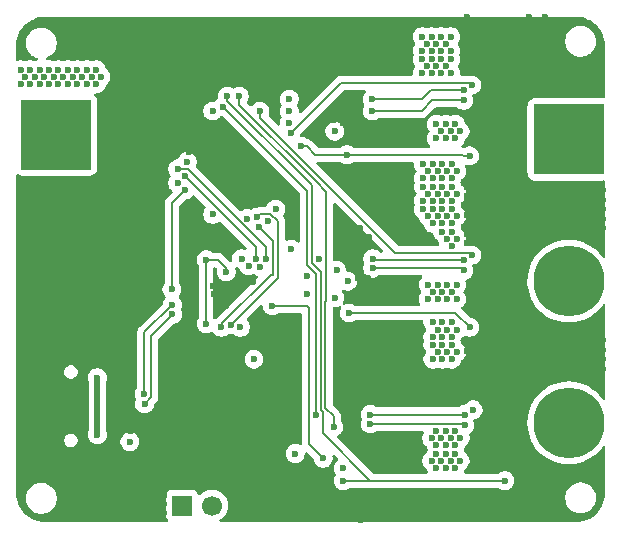
<source format=gbr>
%TF.GenerationSoftware,KiCad,Pcbnew,9.0.2*%
%TF.CreationDate,2025-07-01T21:57:16-05:00*%
%TF.ProjectId,testing3,74657374-696e-4673-932e-6b696361645f,rev?*%
%TF.SameCoordinates,Original*%
%TF.FileFunction,Copper,L3,Inr*%
%TF.FilePolarity,Positive*%
%FSLAX46Y46*%
G04 Gerber Fmt 4.6, Leading zero omitted, Abs format (unit mm)*
G04 Created by KiCad (PCBNEW 9.0.2) date 2025-07-01 21:57:16*
%MOMM*%
%LPD*%
G01*
G04 APERTURE LIST*
G04 Aperture macros list*
%AMRoundRect*
0 Rectangle with rounded corners*
0 $1 Rounding radius*
0 $2 $3 $4 $5 $6 $7 $8 $9 X,Y pos of 4 corners*
0 Add a 4 corners polygon primitive as box body*
4,1,4,$2,$3,$4,$5,$6,$7,$8,$9,$2,$3,0*
0 Add four circle primitives for the rounded corners*
1,1,$1+$1,$2,$3*
1,1,$1+$1,$4,$5*
1,1,$1+$1,$6,$7*
1,1,$1+$1,$8,$9*
0 Add four rect primitives between the rounded corners*
20,1,$1+$1,$2,$3,$4,$5,0*
20,1,$1+$1,$4,$5,$6,$7,0*
20,1,$1+$1,$6,$7,$8,$9,0*
20,1,$1+$1,$8,$9,$2,$3,0*%
G04 Aperture macros list end*
%TA.AperFunction,ComponentPad*%
%ADD10C,1.700000*%
%TD*%
%TA.AperFunction,ComponentPad*%
%ADD11R,1.700000X1.700000*%
%TD*%
%TA.AperFunction,ComponentPad*%
%ADD12C,6.000000*%
%TD*%
%TA.AperFunction,ComponentPad*%
%ADD13RoundRect,0.250002X-2.749998X2.749998X-2.749998X-2.749998X2.749998X-2.749998X2.749998X2.749998X0*%
%TD*%
%TA.AperFunction,HeatsinkPad*%
%ADD14O,1.600000X1.000000*%
%TD*%
%TA.AperFunction,HeatsinkPad*%
%ADD15O,2.100000X1.000000*%
%TD*%
%TA.AperFunction,HeatsinkPad*%
%ADD16C,0.500000*%
%TD*%
%TA.AperFunction,ViaPad*%
%ADD17C,0.600000*%
%TD*%
%TA.AperFunction,Conductor*%
%ADD18C,0.200000*%
%TD*%
%TA.AperFunction,Conductor*%
%ADD19C,0.500000*%
%TD*%
G04 APERTURE END LIST*
D10*
%TO.N,GND*%
%TO.C,J2*%
X212840000Y-130700000D03*
%TO.N,PWM-In*%
X210300000Y-130700000D03*
D11*
%TO.N,+3V3*%
X207760000Y-130700000D03*
%TD*%
D12*
%TO.N,GND*%
%TO.C,J3*%
X197100000Y-111300000D03*
D13*
%TO.N,Vin*%
X197100000Y-99300000D03*
%TD*%
%TO.N,MOT1*%
%TO.C,J4*%
X240500000Y-99700000D03*
D12*
%TO.N,MOT2*%
X240500000Y-111700000D03*
%TO.N,MOT3*%
X240500000Y-123700000D03*
%TD*%
D14*
%TO.N,GND*%
%TO.C,J1*%
X194665000Y-126610000D03*
D15*
X198845000Y-126610000D03*
D14*
X194665000Y-117970000D03*
D15*
X198845000Y-117970000D03*
%TD*%
D16*
%TO.N,GND*%
%TO.C,U9*%
X202950000Y-105600000D03*
X203700000Y-105600000D03*
X204450000Y-105600000D03*
%TD*%
D17*
%TO.N,MOT1*%
X221720000Y-101000000D03*
%TO.N,Vin*%
X230200000Y-113200000D03*
X228600000Y-113200000D03*
X231000000Y-113200000D03*
X230600000Y-112600000D03*
X228600000Y-112000000D03*
X229400000Y-112000000D03*
X229400000Y-113200000D03*
X231000000Y-112000000D03*
X229800000Y-112600000D03*
X230200000Y-112000000D03*
X229000000Y-112600000D03*
X230100000Y-127500000D03*
X230900000Y-127500000D03*
X230500000Y-126900000D03*
X229300000Y-126300000D03*
X229300000Y-127500000D03*
X230900000Y-126300000D03*
X231300000Y-126900000D03*
X229700000Y-126900000D03*
X230100000Y-126300000D03*
X228900000Y-126900000D03*
X230100000Y-125600000D03*
X230900000Y-125600000D03*
X230500000Y-125000000D03*
X229300000Y-124400000D03*
X229300000Y-125600000D03*
X230900000Y-124400000D03*
X231300000Y-125000000D03*
X229700000Y-125000000D03*
X230100000Y-124400000D03*
X228900000Y-125000000D03*
X228100000Y-92200000D03*
X229700000Y-92200000D03*
X230500000Y-92200000D03*
X229700000Y-91000000D03*
X228900000Y-92200000D03*
X230100000Y-91600000D03*
X228500000Y-91600000D03*
X228900000Y-91000000D03*
X230500000Y-91000000D03*
X229300000Y-91600000D03*
X228100000Y-91000000D03*
X230100000Y-99600000D03*
X230900000Y-99600000D03*
X230500000Y-99000000D03*
X229300000Y-98400000D03*
X229300000Y-99600000D03*
X230900000Y-98400000D03*
X231300000Y-99000000D03*
X229700000Y-99000000D03*
X230100000Y-98400000D03*
X228100000Y-94100000D03*
X229700000Y-94100000D03*
X230500000Y-94100000D03*
X229700000Y-92900000D03*
X228900000Y-94100000D03*
X230100000Y-93500000D03*
X228500000Y-93500000D03*
X228900000Y-92900000D03*
X230500000Y-92900000D03*
X229300000Y-93500000D03*
X228100000Y-92900000D03*
X229800000Y-118300000D03*
X230600000Y-118300000D03*
X229800000Y-117100000D03*
X229000000Y-118300000D03*
X230200000Y-117700000D03*
X229000000Y-117100000D03*
X230600000Y-117100000D03*
X229400000Y-117700000D03*
X231000000Y-117700000D03*
X229800000Y-116400000D03*
X230600000Y-116400000D03*
X229800000Y-115200000D03*
X229000000Y-116400000D03*
X230200000Y-115800000D03*
X229000000Y-115200000D03*
X230600000Y-115200000D03*
X229400000Y-115800000D03*
X231000000Y-115800000D03*
X228200000Y-103000000D03*
X229800000Y-103000000D03*
X230600000Y-103000000D03*
X229800000Y-101800000D03*
X229000000Y-103000000D03*
X230200000Y-102400000D03*
X228600000Y-102400000D03*
X229000000Y-101800000D03*
X230600000Y-101800000D03*
X229400000Y-102400000D03*
X231000000Y-102400000D03*
X228200000Y-101800000D03*
X228200000Y-104900000D03*
X229800000Y-104900000D03*
X230600000Y-104900000D03*
X229800000Y-103700000D03*
X229000000Y-104900000D03*
X230200000Y-104300000D03*
X228600000Y-104300000D03*
X229000000Y-103700000D03*
X230600000Y-103700000D03*
X229400000Y-104300000D03*
X231000000Y-104300000D03*
X228200000Y-103700000D03*
X228200000Y-105600000D03*
X230600000Y-105600000D03*
X229800000Y-106800000D03*
X229400000Y-106200000D03*
X230200000Y-106200000D03*
X231000000Y-106200000D03*
X229000000Y-106800000D03*
X229800000Y-105600000D03*
X229000000Y-105600000D03*
X228600000Y-106200000D03*
X230600000Y-106800000D03*
X230600000Y-107500000D03*
X229800000Y-107500000D03*
X230200000Y-108100000D03*
X231000000Y-108100000D03*
X230600000Y-108700000D03*
X198900000Y-93800000D03*
X200500000Y-93800000D03*
X200100000Y-94400000D03*
X199700000Y-93800000D03*
X200900000Y-94400000D03*
X200500000Y-95000000D03*
X199700000Y-95000000D03*
X198900000Y-95000000D03*
X199300000Y-94400000D03*
X197700000Y-94400000D03*
X196500000Y-95000000D03*
X198500000Y-94400000D03*
X198100000Y-93800000D03*
X198100000Y-95000000D03*
X197300000Y-93800000D03*
X196500000Y-93800000D03*
X197300000Y-95000000D03*
X196900000Y-94400000D03*
X196100000Y-94400000D03*
X195700000Y-93800000D03*
X195700000Y-95000000D03*
X195300000Y-94400000D03*
X194900000Y-93800000D03*
X194100000Y-93800000D03*
X194500000Y-94400000D03*
X194900000Y-95000000D03*
X194100000Y-95000000D03*
%TO.N,MOT1*%
X232100000Y-101100000D03*
X217850000Y-100300000D03*
%TO.N,Net-(Q1-G)*%
X231600000Y-96400000D03*
X223850000Y-97300000D03*
%TO.N,GND*%
X231900000Y-93300000D03*
X205800000Y-112900000D03*
X238500000Y-118000000D03*
X237800000Y-106400000D03*
X212850000Y-127200000D03*
X202000000Y-126400000D03*
X219650000Y-129800000D03*
X195750000Y-122200000D03*
X240600000Y-107200000D03*
X239200000Y-93600000D03*
X232600000Y-91300000D03*
X237100000Y-117200000D03*
X237100000Y-90900000D03*
X198800000Y-107100000D03*
X237000000Y-131700000D03*
X238500000Y-90900000D03*
X205800000Y-112200000D03*
X206850000Y-123100000D03*
X214000000Y-126600000D03*
X234700000Y-131700000D03*
X214350000Y-127900000D03*
X218900000Y-128600000D03*
X197250000Y-105900000D03*
X219250000Y-129200000D03*
X205150000Y-97900000D03*
X238500000Y-106100000D03*
X200500000Y-128300000D03*
X204000000Y-97300000D03*
X243400000Y-106400000D03*
X237800000Y-117500000D03*
X232600000Y-107300000D03*
X213600000Y-127900000D03*
X239900000Y-104500000D03*
X231900000Y-120800000D03*
X240600000Y-105600000D03*
X210000000Y-123200000D03*
X222800000Y-107200000D03*
X242000000Y-107200000D03*
X213800000Y-111800000D03*
X239200000Y-105600000D03*
X239900000Y-103700000D03*
X214000000Y-128500000D03*
X222200000Y-130800000D03*
X237100000Y-92500000D03*
X238500000Y-104500000D03*
X239900000Y-105300000D03*
X239900000Y-117200000D03*
X204750000Y-100400000D03*
X239200000Y-118300000D03*
X243400000Y-119100000D03*
X206200000Y-129900000D03*
X200300000Y-105900000D03*
X199950000Y-106500000D03*
X239900000Y-118800000D03*
X202000000Y-128300000D03*
X195350000Y-106500000D03*
X213400000Y-101100000D03*
X242700000Y-104500000D03*
X232600000Y-105700000D03*
X204100000Y-124100000D03*
X194550000Y-106500000D03*
X243400000Y-104800000D03*
X237100000Y-91700000D03*
X223300000Y-116600000D03*
X236250000Y-131700000D03*
X208380000Y-116600000D03*
X231900000Y-119200000D03*
X222250000Y-119800000D03*
X232600000Y-92900000D03*
X199150000Y-106500000D03*
X204350000Y-99800000D03*
X232600000Y-104900000D03*
X222900000Y-130500000D03*
X210500000Y-112800000D03*
X242700000Y-106100000D03*
X205500000Y-99200000D03*
X239200000Y-90400000D03*
X222700000Y-111400000D03*
X205150000Y-99800000D03*
X204750000Y-99200000D03*
X239900000Y-106100000D03*
X236250000Y-130500000D03*
X240600000Y-104800000D03*
X220600000Y-98050000D03*
X231900000Y-105300000D03*
X212000000Y-113200000D03*
X202000000Y-129500000D03*
X237800000Y-105600000D03*
X242000000Y-117500000D03*
X241300000Y-104500000D03*
X201250000Y-128300000D03*
X210000000Y-129100000D03*
X242000000Y-116700000D03*
X222600000Y-99050000D03*
X196850000Y-106500000D03*
X196500000Y-107100000D03*
X243400000Y-107200000D03*
X196100000Y-106500000D03*
X241300000Y-106900000D03*
X194950000Y-107100000D03*
X220400000Y-131700000D03*
X237100000Y-93300000D03*
X205200000Y-108680000D03*
X237800000Y-107200000D03*
X238500000Y-93200000D03*
X231900000Y-89300000D03*
X195700000Y-107100000D03*
X197250000Y-107100000D03*
X200500000Y-127600000D03*
X239900000Y-106900000D03*
X237800000Y-92800000D03*
X201650000Y-127000000D03*
X222900000Y-116000000D03*
X222850000Y-99800000D03*
X218900000Y-130500000D03*
X239200000Y-104000000D03*
X243400000Y-116700000D03*
X214350000Y-127200000D03*
X220400000Y-130500000D03*
X205000000Y-112300000D03*
X204350000Y-97900000D03*
X239900000Y-118000000D03*
X205700000Y-122500000D03*
X215750000Y-118400000D03*
X231900000Y-91700000D03*
X239200000Y-89600000D03*
X240600000Y-118300000D03*
X218900000Y-131700000D03*
X223200000Y-103200000D03*
X237750000Y-130500000D03*
X237800000Y-116700000D03*
X243300000Y-93600000D03*
X213400000Y-102300000D03*
X213200000Y-128500000D03*
X242000000Y-119100000D03*
X231900000Y-117600000D03*
X211100000Y-112200000D03*
X209600000Y-128500000D03*
X222900000Y-131900000D03*
X219650000Y-130500000D03*
X216500000Y-119600000D03*
X234750000Y-130500000D03*
X211900000Y-101100000D03*
X238500000Y-117200000D03*
X201250000Y-127600000D03*
X232600000Y-119600000D03*
X195400000Y-122800000D03*
X239200000Y-104800000D03*
X196150000Y-122800000D03*
X213600000Y-126000000D03*
X222600000Y-120400000D03*
X215350000Y-119000000D03*
X237800000Y-92000000D03*
X238500000Y-90100000D03*
X222150000Y-116000000D03*
X232600000Y-120400000D03*
X236650000Y-131100000D03*
X201250000Y-126400000D03*
X211100000Y-122100000D03*
X232600000Y-106500000D03*
X205800000Y-113600000D03*
X237100000Y-90100000D03*
X223400000Y-120400000D03*
X232600000Y-118000000D03*
X214350000Y-129100000D03*
X241300000Y-118800000D03*
X212850000Y-129100000D03*
X216700000Y-116800000D03*
X231900000Y-90100000D03*
X231900000Y-121600000D03*
X222200000Y-131500000D03*
X237100000Y-106900000D03*
X220400000Y-129800000D03*
X221800000Y-99000000D03*
X210800000Y-123200000D03*
X237100000Y-106100000D03*
X219850000Y-98300000D03*
X243400000Y-117500000D03*
X223650000Y-116000000D03*
X237100000Y-118800000D03*
X212650000Y-101100000D03*
X206450000Y-122500000D03*
X213600000Y-129100000D03*
X209600000Y-121000000D03*
X223650000Y-117200000D03*
X194950000Y-105900000D03*
X206450000Y-123700000D03*
X242700000Y-106900000D03*
X210400000Y-128500000D03*
X237800000Y-91200000D03*
X238500000Y-106900000D03*
X235500000Y-130500000D03*
X206200000Y-128500000D03*
X237100000Y-118000000D03*
X237800000Y-90400000D03*
X241300000Y-105300000D03*
X200850000Y-128900000D03*
X241300000Y-117200000D03*
X206200000Y-130600000D03*
X204000000Y-100400000D03*
X198000000Y-107100000D03*
X219650000Y-131700000D03*
X197650000Y-106500000D03*
X239200000Y-107200000D03*
X202500000Y-120400000D03*
X232600000Y-93700000D03*
X202000000Y-127600000D03*
X232600000Y-90500000D03*
X240600000Y-106400000D03*
X212500000Y-112600000D03*
X243400000Y-104000000D03*
X237800000Y-89600000D03*
X237100000Y-89300000D03*
X211900000Y-102300000D03*
X194200000Y-105900000D03*
X236600000Y-129900000D03*
X237400000Y-131100000D03*
X222900000Y-131200000D03*
X232600000Y-118800000D03*
X209500000Y-121800000D03*
X237400000Y-129900000D03*
X231900000Y-120000000D03*
X215750000Y-119600000D03*
X231900000Y-94100000D03*
X231900000Y-103700000D03*
X205700000Y-123700000D03*
X239200000Y-116700000D03*
X219250000Y-131100000D03*
X242700000Y-117200000D03*
X204750000Y-98500000D03*
X204000000Y-98500000D03*
X200500000Y-129500000D03*
X231900000Y-106900000D03*
X231900000Y-104500000D03*
X222900000Y-117200000D03*
X198400000Y-106500000D03*
X222000000Y-98000000D03*
X222800000Y-108000000D03*
X203400000Y-123700000D03*
X218900000Y-129800000D03*
X242700000Y-105300000D03*
X208380000Y-117600000D03*
X235100000Y-129900000D03*
X199550000Y-105900000D03*
X237800000Y-93600000D03*
X223500000Y-113400000D03*
X214350000Y-126000000D03*
X204750000Y-97300000D03*
X207200000Y-123700000D03*
X232600000Y-121200000D03*
X205500000Y-97300000D03*
X220050000Y-131100000D03*
X242000000Y-118300000D03*
X222900000Y-129800000D03*
X239200000Y-92800000D03*
X208340000Y-100760000D03*
X235900000Y-129900000D03*
X240600000Y-119100000D03*
X237100000Y-104500000D03*
X222700000Y-112600000D03*
X223000000Y-119800000D03*
X232600000Y-92100000D03*
X231900000Y-116800000D03*
X206050000Y-123100000D03*
X240600000Y-116700000D03*
X223500000Y-113400000D03*
X242000000Y-105600000D03*
X202290000Y-108800000D03*
X231900000Y-92500000D03*
X239200000Y-92000000D03*
X232600000Y-108100000D03*
X242700000Y-118000000D03*
X221350000Y-98300000D03*
X238500000Y-92500000D03*
X196550000Y-122200000D03*
X242000000Y-104000000D03*
X237800000Y-104000000D03*
X210400000Y-122600000D03*
X231900000Y-107700000D03*
X240600000Y-117500000D03*
X242700000Y-103700000D03*
X196900000Y-122800000D03*
X237100000Y-103700000D03*
X200500000Y-126400000D03*
X243400000Y-105600000D03*
X238500000Y-118800000D03*
X198000000Y-105900000D03*
X237800000Y-104800000D03*
X240600000Y-104000000D03*
X232600000Y-117200000D03*
X242700000Y-118800000D03*
X203400000Y-124400000D03*
X212650000Y-102300000D03*
X241300000Y-118000000D03*
X231900000Y-118400000D03*
X238500000Y-103700000D03*
X223500000Y-112600000D03*
X231900000Y-90900000D03*
X237000000Y-130500000D03*
X200850000Y-127000000D03*
X194200000Y-107100000D03*
X210400000Y-112100000D03*
X213000000Y-112000000D03*
X200300000Y-107100000D03*
X201250000Y-129500000D03*
X201650000Y-128900000D03*
X213200000Y-126600000D03*
X239200000Y-117500000D03*
X223600000Y-131600000D03*
X199550000Y-107100000D03*
X195700000Y-105900000D03*
X239200000Y-119100000D03*
X205500000Y-98500000D03*
X241300000Y-103700000D03*
X222500000Y-116600000D03*
X196900000Y-121600000D03*
X222150000Y-117200000D03*
X223100000Y-112000000D03*
X237800000Y-118300000D03*
X237100000Y-105300000D03*
X198800000Y-105900000D03*
X216500000Y-118400000D03*
X213050000Y-101700000D03*
X222250000Y-121000000D03*
X212850000Y-126000000D03*
X223750000Y-121000000D03*
X222600000Y-98300000D03*
X231900000Y-108500000D03*
X206900000Y-128800000D03*
X213600000Y-127200000D03*
X242000000Y-106400000D03*
X232600000Y-89700000D03*
X222850000Y-102600000D03*
X235100000Y-131100000D03*
X207200000Y-122500000D03*
X204000000Y-99200000D03*
X223500000Y-111400000D03*
X232600000Y-104100000D03*
X196500000Y-105900000D03*
X215000000Y-119600000D03*
X206200000Y-129200000D03*
X223000000Y-121000000D03*
X231900000Y-106100000D03*
X235500000Y-131700000D03*
X206200000Y-131300000D03*
X223600000Y-108000000D03*
X216150000Y-119000000D03*
X212850000Y-127900000D03*
X238500000Y-89300000D03*
X238500000Y-105300000D03*
X212250000Y-101700000D03*
X196150000Y-121600000D03*
X239200000Y-91200000D03*
X211500000Y-113800000D03*
X205800000Y-111500000D03*
X235850000Y-131100000D03*
X238500000Y-91700000D03*
X222850000Y-103800000D03*
X241300000Y-106100000D03*
X239200000Y-106400000D03*
X242000000Y-104800000D03*
X215000000Y-118400000D03*
X195400000Y-121600000D03*
X223750000Y-119800000D03*
X243400000Y-118300000D03*
X237800000Y-119100000D03*
%TO.N,Net-(Q3-G)*%
X223850000Y-96300000D03*
X231600000Y-95500000D03*
%TO.N,Net-(D2-A)*%
X200600000Y-119890000D03*
X200600000Y-124690000D03*
%TO.N,SD2*%
X213300000Y-106400000D03*
X213400000Y-110400000D03*
%TO.N,In1*%
X211100000Y-115600000D03*
X214300000Y-107100000D03*
%TO.N,In2*%
X214100000Y-106300000D03*
X211900000Y-115400000D03*
%TO.N,In3*%
X212700000Y-115600000D03*
X215700000Y-105600000D03*
%TO.N,SD3*%
X215000000Y-106600000D03*
X212800000Y-109800000D03*
%TO.N,D-*%
X206950000Y-113700000D03*
X204550000Y-121250000D03*
%TO.N,D+*%
X206949943Y-114500000D03*
X204586912Y-122086912D03*
%TO.N,MOT2*%
X216850000Y-97300000D03*
X232100000Y-115600000D03*
X221900000Y-114400000D03*
%TO.N,Net-(Q2-G)*%
X231600000Y-110800000D03*
X223900000Y-110600000D03*
%TO.N,Net-(Q4-G)*%
X223900000Y-109800000D03*
X231600000Y-109900000D03*
%TO.N,MOT3*%
X221410000Y-128600000D03*
X235100000Y-128600000D03*
X211600000Y-96050000D03*
%TO.N,Net-(Q5-G)*%
X223700000Y-123800000D03*
X231700000Y-123900000D03*
%TO.N,Net-(Q6-G)*%
X223700000Y-123000000D03*
X231700000Y-123000000D03*
%TO.N,V3*%
X219700000Y-126700000D03*
X215400000Y-113800000D03*
%TO.N,V1*%
X221800000Y-111700000D03*
X220700000Y-99000000D03*
%TO.N,V2*%
X217000000Y-109000000D03*
X220700000Y-113100000D03*
%TO.N,VNAT*%
X218350000Y-111250000D03*
X221420000Y-127550000D03*
%TO.N,SPA*%
X232300000Y-95100000D03*
X216975000Y-99175000D03*
%TO.N,SPB*%
X214350000Y-97300000D03*
X232300000Y-109500000D03*
%TO.N,SPC*%
X210350000Y-97300000D03*
X232400000Y-122600000D03*
%TO.N,GHB*%
X220850000Y-110800000D03*
X216850000Y-96300000D03*
%TO.N,GLB*%
X219350000Y-109800000D03*
X216850000Y-98300000D03*
%TO.N,GLC*%
X219100000Y-123050000D03*
X211225000Y-96925000D03*
%TO.N,GHC*%
X212600000Y-96050000D03*
X220600000Y-124050000D03*
%TO.N,+3V3*%
X209800000Y-109900000D03*
X211500000Y-110900000D03*
X208200000Y-101580000D03*
X209800000Y-115300000D03*
%TO.N,NSCS*%
X208000000Y-104000000D03*
X206900000Y-112400000D03*
%TO.N,SCLK*%
X214400000Y-110500000D03*
X207400000Y-103400000D03*
%TO.N,SDI*%
X214000000Y-109800000D03*
X208000000Y-102800000D03*
%TO.N,SDO*%
X210350000Y-106050000D03*
X207400000Y-102200000D03*
X214900000Y-109800000D03*
%TO.N,RST*%
X218350000Y-112800000D03*
X217350000Y-126300000D03*
%TO.N,BOOT*%
X213850000Y-118300000D03*
X203350000Y-125300000D03*
%TD*%
D18*
%TO.N,MOT3*%
X223700000Y-128600000D02*
X221410000Y-128600000D01*
%TO.N,SPA*%
X232099000Y-94899000D02*
X221251000Y-94899000D01*
X232300000Y-95100000D02*
X232099000Y-94899000D01*
%TO.N,Net-(Q1-G)*%
X228950000Y-96400000D02*
X228050000Y-97300000D01*
X231600000Y-96400000D02*
X228950000Y-96400000D01*
X228050000Y-97300000D02*
X223850000Y-97300000D01*
%TO.N,Net-(Q3-G)*%
X231600000Y-95500000D02*
X228850000Y-95500000D01*
%TO.N,MOT1*%
X219050000Y-101000000D02*
X218350000Y-100300000D01*
X221720000Y-101000000D02*
X219050000Y-101000000D01*
X218350000Y-100300000D02*
X217850000Y-100300000D01*
X231500000Y-101000000D02*
X221720000Y-101000000D01*
X231600000Y-101100000D02*
X231500000Y-101000000D01*
X232100000Y-101100000D02*
X231600000Y-101100000D01*
%TO.N,SPB*%
X231349057Y-109301000D02*
X225801000Y-109301000D01*
X232099000Y-109299000D02*
X231351057Y-109299000D01*
X225801000Y-109301000D02*
X214350000Y-97850000D01*
X214350000Y-97850000D02*
X214350000Y-97300000D01*
X232300000Y-109500000D02*
X232099000Y-109299000D01*
X231351057Y-109299000D02*
X231349057Y-109301000D01*
%TO.N,Net-(Q2-G)*%
X231400000Y-110600000D02*
X231600000Y-110800000D01*
X223900000Y-110600000D02*
X231400000Y-110600000D01*
%TO.N,Net-(Q4-G)*%
X224000000Y-109900000D02*
X223900000Y-109800000D01*
X231600000Y-109900000D02*
X224000000Y-109900000D01*
%TO.N,MOT2*%
X230900000Y-114400000D02*
X221900000Y-114400000D01*
%TO.N,Net-(Q6-G)*%
X231700000Y-123000000D02*
X223700000Y-123000000D01*
%TO.N,Net-(Q5-G)*%
X231600000Y-123800000D02*
X231700000Y-123900000D01*
X223700000Y-123800000D02*
X231600000Y-123800000D01*
%TO.N,MOT3*%
X235100000Y-128600000D02*
X223700000Y-128600000D01*
%TO.N,MOT2*%
X232100000Y-115600000D02*
X230900000Y-114400000D01*
%TO.N,Net-(Q3-G)*%
X228850000Y-95500000D02*
X228050000Y-96300000D01*
X228050000Y-96300000D02*
X223850000Y-96300000D01*
%TO.N,SPA*%
X221251000Y-94899000D02*
X216975000Y-99175000D01*
D19*
%TO.N,Net-(D2-A)*%
X200600000Y-119890000D02*
X200600000Y-124690000D01*
D18*
%TO.N,In1*%
X215501000Y-108301000D02*
X215501000Y-111199000D01*
X211100000Y-115350057D02*
X211100000Y-115600000D01*
X215501000Y-111199000D02*
X215251057Y-111199000D01*
X215251057Y-111199000D02*
X211100000Y-115350057D01*
X214300000Y-107100000D02*
X215501000Y-108301000D01*
%TO.N,In2*%
X214100000Y-106300000D02*
X214401000Y-105999000D01*
X215902000Y-106652057D02*
X215902000Y-111398000D01*
X215248943Y-105999000D02*
X215902000Y-106652057D01*
X214401000Y-105999000D02*
X215248943Y-105999000D01*
X215902000Y-111398000D02*
X211900000Y-115400000D01*
%TO.N,D-*%
X204550000Y-116050000D02*
X206900000Y-113700000D01*
X206900000Y-113700000D02*
X206950000Y-113700000D01*
X204550000Y-121250000D02*
X204550000Y-116050000D01*
%TO.N,D+*%
X205151000Y-121522824D02*
X205151000Y-116316100D01*
X206483550Y-114983550D02*
X206958522Y-114508578D01*
X205151000Y-116316100D02*
X206483550Y-114983550D01*
X204586912Y-122086912D02*
X205151000Y-121522824D01*
X206483550Y-114983550D02*
X206667100Y-114800000D01*
%TO.N,MOT3*%
X223700000Y-128600000D02*
X219701000Y-124601000D01*
X219501000Y-122601057D02*
X219501000Y-110953000D01*
X219701000Y-122801057D02*
X219501000Y-122601057D01*
X219701000Y-124601000D02*
X219701000Y-122801057D01*
X211600000Y-96450057D02*
X211600000Y-96050000D01*
X219501000Y-110953000D02*
X218749000Y-110201000D01*
X218749000Y-103599057D02*
X211600000Y-96450057D01*
X218749000Y-110201000D02*
X218749000Y-103599057D01*
%TO.N,Net-(Q5-G)*%
X231600000Y-124000000D02*
X231700000Y-123900000D01*
%TO.N,V3*%
X218499000Y-113999000D02*
X218499000Y-125499000D01*
X218300000Y-113800000D02*
X218499000Y-113999000D01*
X218499000Y-125499000D02*
X219700000Y-126700000D01*
X215400000Y-113800000D02*
X218300000Y-113800000D01*
%TO.N,SPA*%
X216975000Y-99175000D02*
X216850000Y-99300000D01*
%TO.N,GLC*%
X219100000Y-111119100D02*
X219100000Y-123050000D01*
X218348000Y-110367100D02*
X219100000Y-111119100D01*
X211225000Y-96925000D02*
X218348000Y-104048000D01*
X218348000Y-104048000D02*
X218348000Y-110367100D01*
%TO.N,GHC*%
X219902000Y-122434957D02*
X219902000Y-113400000D01*
X220600000Y-123132957D02*
X219902000Y-122434957D01*
X220600000Y-124050000D02*
X220600000Y-123132957D01*
X219951000Y-104151000D02*
X219150000Y-103350000D01*
X212600000Y-96050000D02*
X212600000Y-96800000D01*
X212600000Y-96800000D02*
X219150000Y-103350000D01*
X219951000Y-113351000D02*
X219951000Y-104151000D01*
X219902000Y-113400000D02*
X219951000Y-113351000D01*
%TO.N,+3V3*%
X211400000Y-110500000D02*
X211500000Y-110600000D01*
X211500000Y-110600000D02*
X211500000Y-110700000D01*
X210800000Y-109900000D02*
X211400000Y-110500000D01*
X211500000Y-110700000D02*
X211500000Y-110900000D01*
X209800000Y-109900000D02*
X210800000Y-109900000D01*
X209800000Y-115300000D02*
X209800000Y-109900000D01*
%TO.N,NSCS*%
X206900000Y-105100000D02*
X206900000Y-112400000D01*
X208000000Y-104000000D02*
X206900000Y-105100000D01*
%TO.N,SDI*%
X208000000Y-102800000D02*
X214000000Y-108800000D01*
X214000000Y-108800000D02*
X214000000Y-109800000D01*
%TO.N,SDO*%
X214900000Y-109800000D02*
X214900000Y-109900000D01*
X208249943Y-102200000D02*
X214900000Y-108850057D01*
X207400000Y-102200000D02*
X208249943Y-102200000D01*
X214900000Y-108850057D02*
X214900000Y-109800000D01*
%TD*%
%TA.AperFunction,Conductor*%
%TO.N,GND*%
G36*
X212435736Y-110515572D02*
G01*
X212564135Y-110568756D01*
X212618538Y-110612595D01*
X212631243Y-110635864D01*
X212690602Y-110779172D01*
X212690609Y-110779185D01*
X212778210Y-110910288D01*
X212778213Y-110910292D01*
X212889707Y-111021786D01*
X212889711Y-111021789D01*
X213020814Y-111109390D01*
X213020827Y-111109397D01*
X213166498Y-111169735D01*
X213166503Y-111169737D01*
X213321153Y-111200499D01*
X213321156Y-111200500D01*
X213321158Y-111200500D01*
X213478844Y-111200500D01*
X213478845Y-111200499D01*
X213633497Y-111169737D01*
X213774727Y-111111237D01*
X213844196Y-111103769D01*
X213891070Y-111122697D01*
X214020814Y-111209390D01*
X214020821Y-111209394D01*
X214111427Y-111246924D01*
X214165829Y-111290763D01*
X214187895Y-111357057D01*
X214170617Y-111424756D01*
X214151655Y-111449165D01*
X212440943Y-113159878D01*
X210731286Y-114869535D01*
X210731284Y-114869537D01*
X210703206Y-114897614D01*
X210697492Y-114903328D01*
X210678706Y-114918745D01*
X210663799Y-114928706D01*
X210597122Y-114949585D01*
X210529741Y-114931102D01*
X210491804Y-114894496D01*
X210421789Y-114789711D01*
X210421397Y-114789124D01*
X210400520Y-114722447D01*
X210400500Y-114720234D01*
X210400500Y-110649097D01*
X210420185Y-110582058D01*
X210472989Y-110536303D01*
X210542147Y-110526359D01*
X210605703Y-110555384D01*
X210612181Y-110561416D01*
X210681239Y-110630474D01*
X210714724Y-110691797D01*
X210715176Y-110742345D01*
X210699500Y-110821159D01*
X210699500Y-110978846D01*
X210730261Y-111133489D01*
X210730264Y-111133501D01*
X210790602Y-111279172D01*
X210790609Y-111279185D01*
X210878210Y-111410288D01*
X210878213Y-111410292D01*
X210989707Y-111521786D01*
X210989711Y-111521789D01*
X211120814Y-111609390D01*
X211120827Y-111609397D01*
X211257027Y-111665812D01*
X211266503Y-111669737D01*
X211390019Y-111694306D01*
X211421153Y-111700499D01*
X211421156Y-111700500D01*
X211421158Y-111700500D01*
X211578844Y-111700500D01*
X211578845Y-111700499D01*
X211733497Y-111669737D01*
X211851592Y-111620821D01*
X211879172Y-111609397D01*
X211879172Y-111609396D01*
X211879179Y-111609394D01*
X212010289Y-111521789D01*
X212121789Y-111410289D01*
X212209394Y-111279179D01*
X212269737Y-111133497D01*
X212300500Y-110978842D01*
X212300500Y-110821158D01*
X212300500Y-110821155D01*
X212300499Y-110821153D01*
X212269737Y-110666503D01*
X212269624Y-110666129D01*
X212269622Y-110665923D01*
X212268549Y-110660528D01*
X212269572Y-110660324D01*
X212269000Y-110596262D01*
X212306248Y-110537149D01*
X212369542Y-110507558D01*
X212435736Y-110515572D01*
G37*
%TD.AperFunction*%
%TA.AperFunction,Conductor*%
G36*
X220756703Y-105106384D02*
G01*
X220763181Y-105112416D01*
X224738583Y-109087819D01*
X224749195Y-109107255D01*
X224763696Y-109123989D01*
X224765612Y-109137320D01*
X224772068Y-109149142D01*
X224770488Y-109171228D01*
X224773640Y-109193147D01*
X224768044Y-109205398D01*
X224767084Y-109218834D01*
X224753813Y-109236560D01*
X224744615Y-109256703D01*
X224733283Y-109263985D01*
X224725212Y-109274767D01*
X224704466Y-109282504D01*
X224685837Y-109294477D01*
X224663918Y-109297628D01*
X224659748Y-109299184D01*
X224650902Y-109299500D01*
X224582940Y-109299500D01*
X224515901Y-109279815D01*
X224495263Y-109263185D01*
X224410289Y-109178211D01*
X224410288Y-109178210D01*
X224410287Y-109178209D01*
X224279185Y-109090609D01*
X224279172Y-109090602D01*
X224133501Y-109030264D01*
X224133489Y-109030261D01*
X223978845Y-108999500D01*
X223978842Y-108999500D01*
X223821158Y-108999500D01*
X223821155Y-108999500D01*
X223666510Y-109030261D01*
X223666498Y-109030264D01*
X223520827Y-109090602D01*
X223520814Y-109090609D01*
X223389711Y-109178210D01*
X223389707Y-109178213D01*
X223278213Y-109289707D01*
X223278210Y-109289711D01*
X223190609Y-109420814D01*
X223190602Y-109420827D01*
X223130264Y-109566498D01*
X223130261Y-109566510D01*
X223099500Y-109721153D01*
X223099500Y-109878846D01*
X223130261Y-110033489D01*
X223130264Y-110033501D01*
X223179574Y-110152548D01*
X223187043Y-110222018D01*
X223179574Y-110247452D01*
X223130264Y-110366498D01*
X223130261Y-110366510D01*
X223099500Y-110521153D01*
X223099500Y-110678846D01*
X223130261Y-110833489D01*
X223130264Y-110833501D01*
X223190602Y-110979172D01*
X223190609Y-110979185D01*
X223278210Y-111110288D01*
X223278213Y-111110292D01*
X223389707Y-111221786D01*
X223389711Y-111221789D01*
X223520814Y-111309390D01*
X223520827Y-111309397D01*
X223666498Y-111369735D01*
X223666503Y-111369737D01*
X223821153Y-111400499D01*
X223821156Y-111400500D01*
X223821158Y-111400500D01*
X223978844Y-111400500D01*
X223978845Y-111400499D01*
X224133497Y-111369737D01*
X224251592Y-111320821D01*
X224279172Y-111309397D01*
X224279172Y-111309396D01*
X224279179Y-111309394D01*
X224279185Y-111309390D01*
X224410875Y-111221398D01*
X224477553Y-111200520D01*
X224479766Y-111200500D01*
X227968059Y-111200500D01*
X228035098Y-111220185D01*
X228080853Y-111272989D01*
X228090797Y-111342147D01*
X228061772Y-111405703D01*
X228055740Y-111412181D01*
X227978213Y-111489707D01*
X227978210Y-111489711D01*
X227890609Y-111620814D01*
X227890602Y-111620827D01*
X227830264Y-111766498D01*
X227830261Y-111766510D01*
X227799500Y-111921153D01*
X227799500Y-112078846D01*
X227830261Y-112233489D01*
X227830264Y-112233501D01*
X227890602Y-112379172D01*
X227890609Y-112379185D01*
X227978210Y-112510288D01*
X227978213Y-112510292D01*
X227980240Y-112512319D01*
X227980962Y-112513642D01*
X227982076Y-112514999D01*
X227981818Y-112515210D01*
X228013725Y-112573642D01*
X228008741Y-112643334D01*
X227982001Y-112684939D01*
X227982076Y-112685001D01*
X227981552Y-112685639D01*
X227980240Y-112687681D01*
X227978213Y-112689707D01*
X227978210Y-112689711D01*
X227890609Y-112820814D01*
X227890602Y-112820827D01*
X227830264Y-112966498D01*
X227830261Y-112966510D01*
X227799500Y-113121153D01*
X227799500Y-113278846D01*
X227830261Y-113433489D01*
X227830264Y-113433501D01*
X227890602Y-113579172D01*
X227890610Y-113579187D01*
X227908933Y-113606608D01*
X227929812Y-113673285D01*
X227911328Y-113740666D01*
X227859350Y-113787356D01*
X227805832Y-113799500D01*
X222479766Y-113799500D01*
X222412727Y-113779815D01*
X222410875Y-113778602D01*
X222279185Y-113690609D01*
X222279172Y-113690602D01*
X222133501Y-113630264D01*
X222133489Y-113630261D01*
X221978845Y-113599500D01*
X221978842Y-113599500D01*
X221821158Y-113599500D01*
X221821155Y-113599500D01*
X221666510Y-113630261D01*
X221666503Y-113630263D01*
X221549075Y-113678902D01*
X221479606Y-113686370D01*
X221417127Y-113655094D01*
X221381475Y-113595005D01*
X221383970Y-113525180D01*
X221398525Y-113495445D01*
X221409390Y-113479185D01*
X221409390Y-113479184D01*
X221409394Y-113479179D01*
X221414643Y-113466508D01*
X221469735Y-113333501D01*
X221469737Y-113333497D01*
X221500500Y-113178842D01*
X221500500Y-113021158D01*
X221500500Y-113021155D01*
X221500499Y-113021153D01*
X221478447Y-112910291D01*
X221469737Y-112866503D01*
X221439829Y-112794297D01*
X221409397Y-112720827D01*
X221409395Y-112720823D01*
X221409394Y-112720821D01*
X221344401Y-112623553D01*
X221323524Y-112556877D01*
X221342008Y-112489497D01*
X221393987Y-112442806D01*
X221462957Y-112431630D01*
X221494956Y-112440102D01*
X221566498Y-112469735D01*
X221566503Y-112469737D01*
X221665843Y-112489497D01*
X221721153Y-112500499D01*
X221721156Y-112500500D01*
X221721158Y-112500500D01*
X221878844Y-112500500D01*
X221878845Y-112500499D01*
X222033497Y-112469737D01*
X222151592Y-112420821D01*
X222179172Y-112409397D01*
X222179172Y-112409396D01*
X222179179Y-112409394D01*
X222310289Y-112321789D01*
X222421789Y-112210289D01*
X222509394Y-112079179D01*
X222569737Y-111933497D01*
X222600500Y-111778842D01*
X222600500Y-111621158D01*
X222600500Y-111621155D01*
X222600499Y-111621153D01*
X222594917Y-111593090D01*
X222569737Y-111466503D01*
X222569735Y-111466498D01*
X222509397Y-111320827D01*
X222509390Y-111320814D01*
X222421789Y-111189711D01*
X222421786Y-111189707D01*
X222310292Y-111078213D01*
X222310288Y-111078210D01*
X222179185Y-110990609D01*
X222179172Y-110990602D01*
X222033501Y-110930264D01*
X222033489Y-110930261D01*
X221878845Y-110899500D01*
X221878842Y-110899500D01*
X221774500Y-110899500D01*
X221707461Y-110879815D01*
X221661706Y-110827011D01*
X221650500Y-110775500D01*
X221650500Y-110721155D01*
X221650499Y-110721153D01*
X221644660Y-110691797D01*
X221619737Y-110566503D01*
X221596082Y-110509394D01*
X221559397Y-110420827D01*
X221559390Y-110420814D01*
X221471789Y-110289711D01*
X221471786Y-110289707D01*
X221360292Y-110178213D01*
X221360288Y-110178210D01*
X221229185Y-110090609D01*
X221229172Y-110090602D01*
X221083501Y-110030264D01*
X221083489Y-110030261D01*
X220928845Y-109999500D01*
X220928842Y-109999500D01*
X220771158Y-109999500D01*
X220771155Y-109999500D01*
X220699691Y-110013715D01*
X220630100Y-110007488D01*
X220574922Y-109964625D01*
X220551678Y-109898735D01*
X220551500Y-109892098D01*
X220551500Y-105200097D01*
X220571185Y-105133058D01*
X220623989Y-105087303D01*
X220693147Y-105077359D01*
X220756703Y-105106384D01*
G37*
%TD.AperFunction*%
%TA.AperFunction,Conductor*%
G36*
X221207273Y-101620185D02*
G01*
X221209125Y-101621398D01*
X221340814Y-101709390D01*
X221340827Y-101709397D01*
X221486498Y-101769735D01*
X221486503Y-101769737D01*
X221641153Y-101800499D01*
X221641156Y-101800500D01*
X221641158Y-101800500D01*
X221798844Y-101800500D01*
X221798845Y-101800499D01*
X221953497Y-101769737D01*
X222099179Y-101709394D01*
X222165250Y-101665247D01*
X222230875Y-101621398D01*
X222297553Y-101600520D01*
X222299766Y-101600500D01*
X227275500Y-101600500D01*
X227342539Y-101620185D01*
X227388294Y-101672989D01*
X227399500Y-101724500D01*
X227399500Y-101878846D01*
X227430261Y-102033489D01*
X227430264Y-102033501D01*
X227490602Y-102179172D01*
X227490609Y-102179185D01*
X227578210Y-102310288D01*
X227578213Y-102310292D01*
X227580240Y-102312319D01*
X227580962Y-102313642D01*
X227582076Y-102314999D01*
X227581818Y-102315210D01*
X227613725Y-102373642D01*
X227608741Y-102443334D01*
X227582001Y-102484939D01*
X227582076Y-102485001D01*
X227581552Y-102485639D01*
X227580240Y-102487681D01*
X227578213Y-102489707D01*
X227578210Y-102489711D01*
X227490609Y-102620814D01*
X227490602Y-102620827D01*
X227430264Y-102766498D01*
X227430261Y-102766510D01*
X227399500Y-102921153D01*
X227399500Y-103078846D01*
X227430260Y-103233488D01*
X227430262Y-103233493D01*
X227430263Y-103233497D01*
X227447322Y-103274682D01*
X227458865Y-103302549D01*
X227466333Y-103372018D01*
X227458865Y-103397451D01*
X227430262Y-103466506D01*
X227430260Y-103466511D01*
X227399500Y-103621153D01*
X227399500Y-103778846D01*
X227430261Y-103933489D01*
X227430264Y-103933501D01*
X227490602Y-104079172D01*
X227490609Y-104079185D01*
X227578210Y-104210288D01*
X227578213Y-104210292D01*
X227580240Y-104212319D01*
X227580962Y-104213642D01*
X227582076Y-104214999D01*
X227581818Y-104215210D01*
X227613725Y-104273642D01*
X227608741Y-104343334D01*
X227582001Y-104384939D01*
X227582076Y-104385001D01*
X227581552Y-104385639D01*
X227580240Y-104387681D01*
X227578213Y-104389707D01*
X227578210Y-104389711D01*
X227490609Y-104520814D01*
X227490602Y-104520827D01*
X227430264Y-104666498D01*
X227430261Y-104666510D01*
X227399500Y-104821153D01*
X227399500Y-104978846D01*
X227430260Y-105133488D01*
X227430262Y-105133493D01*
X227430263Y-105133497D01*
X227453272Y-105189046D01*
X227458865Y-105202549D01*
X227466333Y-105272018D01*
X227458865Y-105297447D01*
X227444116Y-105333058D01*
X227430262Y-105366506D01*
X227430260Y-105366511D01*
X227399500Y-105521153D01*
X227399500Y-105678846D01*
X227430261Y-105833489D01*
X227430264Y-105833501D01*
X227490602Y-105979172D01*
X227490609Y-105979185D01*
X227578210Y-106110288D01*
X227578213Y-106110292D01*
X227689707Y-106221786D01*
X227689711Y-106221789D01*
X227760534Y-106269112D01*
X227805339Y-106322724D01*
X227813260Y-106348022D01*
X227830261Y-106433491D01*
X227830264Y-106433501D01*
X227890602Y-106579172D01*
X227890609Y-106579185D01*
X227978210Y-106710288D01*
X227978213Y-106710292D01*
X228089707Y-106821786D01*
X228089711Y-106821789D01*
X228160534Y-106869112D01*
X228205339Y-106922724D01*
X228213260Y-106948022D01*
X228230261Y-107033491D01*
X228230264Y-107033501D01*
X228290602Y-107179172D01*
X228290609Y-107179185D01*
X228378210Y-107310288D01*
X228378213Y-107310292D01*
X228489707Y-107421786D01*
X228489711Y-107421789D01*
X228620814Y-107509390D01*
X228620827Y-107509397D01*
X228766498Y-107569735D01*
X228766503Y-107569737D01*
X228766507Y-107569737D01*
X228766508Y-107569738D01*
X228925951Y-107601454D01*
X228987862Y-107633839D01*
X229022436Y-107694555D01*
X229023376Y-107698878D01*
X229030261Y-107733492D01*
X229030264Y-107733501D01*
X229090602Y-107879172D01*
X229090609Y-107879185D01*
X229178210Y-108010288D01*
X229178213Y-108010292D01*
X229289707Y-108121786D01*
X229289711Y-108121789D01*
X229360534Y-108169112D01*
X229405339Y-108222724D01*
X229413260Y-108248022D01*
X229430261Y-108333491D01*
X229430264Y-108333501D01*
X229490602Y-108479172D01*
X229490609Y-108479184D01*
X229509602Y-108507609D01*
X229530480Y-108574286D01*
X229511996Y-108641666D01*
X229460017Y-108688357D01*
X229406500Y-108700500D01*
X226101098Y-108700500D01*
X226034059Y-108680815D01*
X226013417Y-108664181D01*
X222599236Y-105250000D01*
X219161415Y-101812180D01*
X219127931Y-101750858D01*
X219132915Y-101681166D01*
X219174787Y-101625233D01*
X219240251Y-101600816D01*
X219249097Y-101600500D01*
X221140234Y-101600500D01*
X221207273Y-101620185D01*
G37*
%TD.AperFunction*%
%TA.AperFunction,Conductor*%
G36*
X241103736Y-89300726D02*
G01*
X241393796Y-89318271D01*
X241408659Y-89320076D01*
X241690798Y-89371780D01*
X241705335Y-89375363D01*
X241979172Y-89460695D01*
X241993163Y-89466000D01*
X242254743Y-89583727D01*
X242267989Y-89590680D01*
X242513465Y-89739075D01*
X242525776Y-89747573D01*
X242751573Y-89924473D01*
X242762781Y-89934403D01*
X242965596Y-90137218D01*
X242975526Y-90148426D01*
X243129359Y-90344780D01*
X243152422Y-90374217D01*
X243160926Y-90386537D01*
X243223297Y-90489711D01*
X243309316Y-90632004D01*
X243316275Y-90645263D01*
X243433997Y-90906831D01*
X243439306Y-90920832D01*
X243524635Y-91194663D01*
X243528219Y-91209201D01*
X243579923Y-91491340D01*
X243581728Y-91506205D01*
X243599274Y-91796263D01*
X243599500Y-91803750D01*
X243599500Y-96103462D01*
X243579815Y-96170501D01*
X243527011Y-96216256D01*
X243457853Y-96226200D01*
X243436497Y-96221168D01*
X243402798Y-96210001D01*
X243402794Y-96210000D01*
X243300008Y-96199500D01*
X237700000Y-96199500D01*
X237699983Y-96199501D01*
X237597204Y-96210000D01*
X237597201Y-96210001D01*
X237430669Y-96265185D01*
X237430664Y-96265187D01*
X237281343Y-96357290D01*
X237157290Y-96481343D01*
X237065187Y-96630664D01*
X237065186Y-96630667D01*
X237010001Y-96797204D01*
X237010001Y-96797205D01*
X237010000Y-96797205D01*
X236999500Y-96899985D01*
X236999500Y-102499999D01*
X236999501Y-102500016D01*
X237010000Y-102602795D01*
X237010001Y-102602798D01*
X237059886Y-102753339D01*
X237065186Y-102769333D01*
X237157289Y-102918655D01*
X237281345Y-103042711D01*
X237430667Y-103134814D01*
X237597204Y-103189999D01*
X237699993Y-103200500D01*
X243300006Y-103200499D01*
X243402796Y-103189999D01*
X243436495Y-103178831D01*
X243506324Y-103176430D01*
X243566366Y-103212162D01*
X243597559Y-103274682D01*
X243599500Y-103296538D01*
X243599500Y-109629222D01*
X243579815Y-109696261D01*
X243527011Y-109742016D01*
X243457853Y-109751960D01*
X243394297Y-109722935D01*
X243372398Y-109698113D01*
X243315024Y-109612248D01*
X243315019Y-109612240D01*
X243096828Y-109346373D01*
X243096827Y-109346372D01*
X243096823Y-109346367D01*
X242853632Y-109103176D01*
X242587765Y-108884985D01*
X242587764Y-108884984D01*
X242587760Y-108884981D01*
X242301787Y-108693900D01*
X242301782Y-108693897D01*
X242301775Y-108693893D01*
X241998469Y-108531772D01*
X241998464Y-108531770D01*
X241680706Y-108400150D01*
X241351572Y-108300308D01*
X241014248Y-108233210D01*
X241014249Y-108233210D01*
X240756456Y-108207821D01*
X240671969Y-108199500D01*
X240328031Y-108199500D01*
X240249966Y-108207188D01*
X239985750Y-108233210D01*
X239648427Y-108300308D01*
X239319293Y-108400150D01*
X239001535Y-108531770D01*
X239001530Y-108531772D01*
X238698224Y-108693893D01*
X238698206Y-108693904D01*
X238412248Y-108884975D01*
X238412234Y-108884985D01*
X238146367Y-109103176D01*
X237903176Y-109346367D01*
X237684985Y-109612234D01*
X237684975Y-109612248D01*
X237493904Y-109898206D01*
X237493893Y-109898224D01*
X237331772Y-110201530D01*
X237331770Y-110201535D01*
X237200150Y-110519293D01*
X237100308Y-110848427D01*
X237033210Y-111185750D01*
X237012060Y-111400500D01*
X236999500Y-111528031D01*
X236999500Y-111871969D01*
X237005559Y-111933489D01*
X237033210Y-112214249D01*
X237100308Y-112551572D01*
X237200150Y-112880706D01*
X237331770Y-113198464D01*
X237331772Y-113198469D01*
X237493893Y-113501775D01*
X237493904Y-113501793D01*
X237684975Y-113787751D01*
X237684985Y-113787765D01*
X237903176Y-114053632D01*
X238146367Y-114296823D01*
X238146372Y-114296827D01*
X238146373Y-114296828D01*
X238412240Y-114515019D01*
X238698213Y-114706100D01*
X238698222Y-114706105D01*
X238698224Y-114706106D01*
X239001530Y-114868227D01*
X239001532Y-114868227D01*
X239001538Y-114868231D01*
X239319295Y-114999850D01*
X239648422Y-115099690D01*
X239985750Y-115166789D01*
X240328031Y-115200500D01*
X240328034Y-115200500D01*
X240671966Y-115200500D01*
X240671969Y-115200500D01*
X241014250Y-115166789D01*
X241351578Y-115099690D01*
X241680705Y-114999850D01*
X241998462Y-114868231D01*
X242301787Y-114706100D01*
X242587760Y-114515019D01*
X242853627Y-114296828D01*
X243096828Y-114053627D01*
X243315019Y-113787760D01*
X243320975Y-113778846D01*
X243372398Y-113701887D01*
X243426010Y-113657081D01*
X243495335Y-113648374D01*
X243558362Y-113678528D01*
X243595082Y-113737971D01*
X243599500Y-113770777D01*
X243599500Y-121629222D01*
X243579815Y-121696261D01*
X243527011Y-121742016D01*
X243457853Y-121751960D01*
X243394297Y-121722935D01*
X243372398Y-121698113D01*
X243326337Y-121629179D01*
X243315019Y-121612240D01*
X243096828Y-121346373D01*
X243096827Y-121346372D01*
X243096823Y-121346367D01*
X242853632Y-121103176D01*
X242587765Y-120884985D01*
X242587764Y-120884984D01*
X242587760Y-120884981D01*
X242301787Y-120693900D01*
X242301782Y-120693897D01*
X242301775Y-120693893D01*
X241998469Y-120531772D01*
X241998464Y-120531770D01*
X241680706Y-120400150D01*
X241351572Y-120300308D01*
X241014248Y-120233210D01*
X241014249Y-120233210D01*
X240756456Y-120207821D01*
X240671969Y-120199500D01*
X240328031Y-120199500D01*
X240249966Y-120207188D01*
X239985750Y-120233210D01*
X239648427Y-120300308D01*
X239319293Y-120400150D01*
X239001535Y-120531770D01*
X239001530Y-120531772D01*
X238698224Y-120693893D01*
X238698206Y-120693904D01*
X238412248Y-120884975D01*
X238412234Y-120884985D01*
X238146367Y-121103176D01*
X237903176Y-121346367D01*
X237684985Y-121612234D01*
X237684975Y-121612248D01*
X237493904Y-121898206D01*
X237493893Y-121898224D01*
X237331772Y-122201530D01*
X237331770Y-122201535D01*
X237200150Y-122519293D01*
X237176517Y-122597201D01*
X237100310Y-122848422D01*
X237085843Y-122921153D01*
X237033210Y-123185750D01*
X237012060Y-123400500D01*
X236999500Y-123528031D01*
X236999500Y-123871969D01*
X237009269Y-123971153D01*
X237033210Y-124214249D01*
X237100308Y-124551572D01*
X237200150Y-124880706D01*
X237331770Y-125198464D01*
X237331772Y-125198469D01*
X237493893Y-125501775D01*
X237493904Y-125501793D01*
X237684975Y-125787751D01*
X237684985Y-125787765D01*
X237903176Y-126053632D01*
X238146367Y-126296823D01*
X238146372Y-126296827D01*
X238146373Y-126296828D01*
X238412240Y-126515019D01*
X238698213Y-126706100D01*
X238698222Y-126706105D01*
X238698224Y-126706106D01*
X239001530Y-126868227D01*
X239001532Y-126868227D01*
X239001538Y-126868231D01*
X239319295Y-126999850D01*
X239648422Y-127099690D01*
X239985750Y-127166789D01*
X240328031Y-127200500D01*
X240328034Y-127200500D01*
X240671966Y-127200500D01*
X240671969Y-127200500D01*
X241014250Y-127166789D01*
X241351578Y-127099690D01*
X241680705Y-126999850D01*
X241998462Y-126868231D01*
X242301787Y-126706100D01*
X242587760Y-126515019D01*
X242853627Y-126296828D01*
X243096828Y-126053627D01*
X243315019Y-125787760D01*
X243330894Y-125764002D01*
X243372398Y-125701887D01*
X243426010Y-125657081D01*
X243495335Y-125648374D01*
X243558362Y-125678528D01*
X243595082Y-125737971D01*
X243599500Y-125770777D01*
X243599500Y-129596249D01*
X243599274Y-129603736D01*
X243581728Y-129893794D01*
X243579923Y-129908659D01*
X243528219Y-130190798D01*
X243524635Y-130205336D01*
X243439306Y-130479167D01*
X243433997Y-130493168D01*
X243316275Y-130754736D01*
X243309316Y-130767995D01*
X243160928Y-131013459D01*
X243152422Y-131025782D01*
X242975526Y-131251573D01*
X242965596Y-131262781D01*
X242762781Y-131465596D01*
X242751573Y-131475526D01*
X242525782Y-131652422D01*
X242513459Y-131660928D01*
X242267995Y-131809316D01*
X242254736Y-131816275D01*
X241993168Y-131933997D01*
X241979167Y-131939306D01*
X241705336Y-132024635D01*
X241690798Y-132028219D01*
X241408659Y-132079923D01*
X241393794Y-132081728D01*
X241103736Y-132099274D01*
X241096249Y-132099500D01*
X211044555Y-132099500D01*
X210977516Y-132079815D01*
X210931761Y-132027011D01*
X210921817Y-131957853D01*
X210950842Y-131894297D01*
X210988261Y-131865015D01*
X210994796Y-131861684D01*
X211007816Y-131855051D01*
X211061187Y-131816275D01*
X211179786Y-131730109D01*
X211179788Y-131730106D01*
X211179792Y-131730104D01*
X211330104Y-131579792D01*
X211330106Y-131579788D01*
X211330109Y-131579786D01*
X211455048Y-131407820D01*
X211455047Y-131407820D01*
X211455051Y-131407816D01*
X211551557Y-131218412D01*
X211617246Y-131016243D01*
X211650500Y-130806287D01*
X211650500Y-130593713D01*
X211617246Y-130383757D01*
X211551557Y-130181588D01*
X211455051Y-129992184D01*
X211422694Y-129947648D01*
X240199500Y-129947648D01*
X240199500Y-130152351D01*
X240231522Y-130354534D01*
X240294781Y-130549223D01*
X240387715Y-130731613D01*
X240508028Y-130897213D01*
X240652786Y-131041971D01*
X240807749Y-131154556D01*
X240818390Y-131162287D01*
X240928541Y-131218412D01*
X241000776Y-131255218D01*
X241000778Y-131255218D01*
X241000781Y-131255220D01*
X241105137Y-131289127D01*
X241195465Y-131318477D01*
X241296557Y-131334488D01*
X241397648Y-131350500D01*
X241397649Y-131350500D01*
X241602351Y-131350500D01*
X241602352Y-131350500D01*
X241804534Y-131318477D01*
X241999219Y-131255220D01*
X242181610Y-131162287D01*
X242274590Y-131094732D01*
X242347213Y-131041971D01*
X242347215Y-131041968D01*
X242347219Y-131041966D01*
X242491966Y-130897219D01*
X242491968Y-130897215D01*
X242491971Y-130897213D01*
X242575960Y-130781610D01*
X242612287Y-130731610D01*
X242705220Y-130549219D01*
X242768477Y-130354534D01*
X242800500Y-130152352D01*
X242800500Y-129947648D01*
X242794325Y-129908659D01*
X242768477Y-129745465D01*
X242705218Y-129550776D01*
X242671503Y-129484607D01*
X242612287Y-129368390D01*
X242603218Y-129355908D01*
X242491971Y-129202786D01*
X242347213Y-129058028D01*
X242181613Y-128937715D01*
X242181612Y-128937714D01*
X242181610Y-128937713D01*
X242124653Y-128908691D01*
X241999223Y-128844781D01*
X241804534Y-128781522D01*
X241629995Y-128753878D01*
X241602352Y-128749500D01*
X241397648Y-128749500D01*
X241373329Y-128753351D01*
X241195465Y-128781522D01*
X241000776Y-128844781D01*
X240818386Y-128937715D01*
X240652786Y-129058028D01*
X240508028Y-129202786D01*
X240387715Y-129368386D01*
X240294781Y-129550776D01*
X240231522Y-129745465D01*
X240199500Y-129947648D01*
X211422694Y-129947648D01*
X211330109Y-129820213D01*
X211179786Y-129669890D01*
X211007820Y-129544951D01*
X210818414Y-129448444D01*
X210818413Y-129448443D01*
X210818412Y-129448443D01*
X210616243Y-129382754D01*
X210616241Y-129382753D01*
X210616240Y-129382753D01*
X210454957Y-129357208D01*
X210406287Y-129349500D01*
X210193713Y-129349500D01*
X210145042Y-129357208D01*
X209983760Y-129382753D01*
X209882672Y-129415598D01*
X209874094Y-129418386D01*
X209781585Y-129448444D01*
X209592179Y-129544951D01*
X209420215Y-129669889D01*
X209306673Y-129783431D01*
X209245350Y-129816915D01*
X209175658Y-129811931D01*
X209119725Y-129770059D01*
X209102810Y-129739082D01*
X209053797Y-129607671D01*
X209053793Y-129607664D01*
X208967547Y-129492455D01*
X208967544Y-129492452D01*
X208852335Y-129406206D01*
X208852328Y-129406202D01*
X208717482Y-129355908D01*
X208717483Y-129355908D01*
X208657883Y-129349501D01*
X208657881Y-129349500D01*
X208657873Y-129349500D01*
X208657864Y-129349500D01*
X206862129Y-129349500D01*
X206862123Y-129349501D01*
X206802516Y-129355908D01*
X206667671Y-129406202D01*
X206667664Y-129406206D01*
X206552455Y-129492452D01*
X206552452Y-129492455D01*
X206466206Y-129607664D01*
X206466202Y-129607671D01*
X206415908Y-129742517D01*
X206409501Y-129802116D01*
X206409500Y-129802135D01*
X206409500Y-131597870D01*
X206409501Y-131597876D01*
X206415908Y-131657483D01*
X206466202Y-131792328D01*
X206466206Y-131792335D01*
X206547695Y-131901189D01*
X206572113Y-131966653D01*
X206557262Y-132034926D01*
X206507857Y-132084332D01*
X206448429Y-132099500D01*
X196203751Y-132099500D01*
X196196264Y-132099274D01*
X195906205Y-132081728D01*
X195891340Y-132079923D01*
X195609201Y-132028219D01*
X195594663Y-132024635D01*
X195320832Y-131939306D01*
X195306831Y-131933997D01*
X195045263Y-131816275D01*
X195032004Y-131809316D01*
X195003902Y-131792328D01*
X194786537Y-131660926D01*
X194774217Y-131652422D01*
X194704590Y-131597873D01*
X194548426Y-131475526D01*
X194537218Y-131465596D01*
X194334403Y-131262781D01*
X194324473Y-131251573D01*
X194298493Y-131218412D01*
X194147573Y-131025776D01*
X194139075Y-131013465D01*
X193990680Y-130767989D01*
X193983727Y-130754743D01*
X193866000Y-130493163D01*
X193860693Y-130479167D01*
X193837436Y-130404534D01*
X193775363Y-130205335D01*
X193771780Y-130190798D01*
X193770092Y-130181585D01*
X193736384Y-129997648D01*
X194549500Y-129997648D01*
X194549500Y-130202351D01*
X194581522Y-130404534D01*
X194644781Y-130599223D01*
X194737715Y-130781613D01*
X194858028Y-130947213D01*
X195002786Y-131091971D01*
X195099566Y-131162284D01*
X195168390Y-131212287D01*
X195267490Y-131262781D01*
X195350776Y-131305218D01*
X195350778Y-131305218D01*
X195350781Y-131305220D01*
X195455137Y-131339127D01*
X195545465Y-131368477D01*
X195646557Y-131384488D01*
X195747648Y-131400500D01*
X195747649Y-131400500D01*
X195952351Y-131400500D01*
X195952352Y-131400500D01*
X196154534Y-131368477D01*
X196349219Y-131305220D01*
X196531610Y-131212287D01*
X196624590Y-131144732D01*
X196697213Y-131091971D01*
X196697215Y-131091968D01*
X196697219Y-131091966D01*
X196841966Y-130947219D01*
X196841968Y-130947215D01*
X196841971Y-130947213D01*
X196944358Y-130806287D01*
X196962287Y-130781610D01*
X197055220Y-130599219D01*
X197118477Y-130404534D01*
X197150500Y-130202352D01*
X197150500Y-129997648D01*
X197118477Y-129795466D01*
X197110842Y-129771969D01*
X197077675Y-129669890D01*
X197055220Y-129600781D01*
X197055218Y-129600778D01*
X197055218Y-129600776D01*
X197000025Y-129492455D01*
X196962287Y-129418390D01*
X196936396Y-129382754D01*
X196841971Y-129252786D01*
X196697213Y-129108028D01*
X196531613Y-128987715D01*
X196531612Y-128987714D01*
X196531610Y-128987713D01*
X196433480Y-128937713D01*
X196349223Y-128894781D01*
X196154534Y-128831522D01*
X195979995Y-128803878D01*
X195952352Y-128799500D01*
X195747648Y-128799500D01*
X195723329Y-128803351D01*
X195545465Y-128831522D01*
X195350776Y-128894781D01*
X195168386Y-128987715D01*
X195002786Y-129108028D01*
X194858028Y-129252786D01*
X194737715Y-129418386D01*
X194644781Y-129600776D01*
X194581522Y-129795465D01*
X194549500Y-129997648D01*
X193736384Y-129997648D01*
X193720076Y-129908658D01*
X193718271Y-129893794D01*
X193700726Y-129603736D01*
X193700500Y-129596249D01*
X193700500Y-125104234D01*
X197769500Y-125104234D01*
X197769500Y-125255766D01*
X197774054Y-125272762D01*
X197808719Y-125402136D01*
X197841976Y-125459737D01*
X197884485Y-125533365D01*
X197991635Y-125640515D01*
X198122865Y-125716281D01*
X198269234Y-125755500D01*
X198269236Y-125755500D01*
X198420764Y-125755500D01*
X198420766Y-125755500D01*
X198567135Y-125716281D01*
X198698365Y-125640515D01*
X198805515Y-125533365D01*
X198881281Y-125402135D01*
X198920500Y-125255766D01*
X198920500Y-125104234D01*
X198881281Y-124957865D01*
X198805515Y-124826635D01*
X198698365Y-124719485D01*
X198617749Y-124672941D01*
X198567136Y-124643719D01*
X198481700Y-124620827D01*
X198420766Y-124604500D01*
X198269234Y-124604500D01*
X198122863Y-124643719D01*
X197991635Y-124719485D01*
X197991632Y-124719487D01*
X197884487Y-124826632D01*
X197884485Y-124826635D01*
X197808719Y-124957863D01*
X197773692Y-125088590D01*
X197769500Y-125104234D01*
X193700500Y-125104234D01*
X193700500Y-119324234D01*
X197769500Y-119324234D01*
X197769500Y-119475766D01*
X197789109Y-119548950D01*
X197808719Y-119622136D01*
X197846602Y-119687750D01*
X197884485Y-119753365D01*
X197991635Y-119860515D01*
X198122865Y-119936281D01*
X198269234Y-119975500D01*
X198269236Y-119975500D01*
X198420764Y-119975500D01*
X198420766Y-119975500D01*
X198567135Y-119936281D01*
X198698365Y-119860515D01*
X198747727Y-119811153D01*
X199799500Y-119811153D01*
X199799500Y-119968846D01*
X199830261Y-120123489D01*
X199830263Y-120123497D01*
X199840061Y-120147151D01*
X199849500Y-120194604D01*
X199849500Y-124385396D01*
X199840062Y-124432844D01*
X199830263Y-124456503D01*
X199830262Y-124456506D01*
X199830260Y-124456511D01*
X199799500Y-124611153D01*
X199799500Y-124768846D01*
X199830261Y-124923489D01*
X199830264Y-124923501D01*
X199890602Y-125069172D01*
X199890609Y-125069185D01*
X199978210Y-125200288D01*
X199978213Y-125200292D01*
X200089707Y-125311786D01*
X200089711Y-125311789D01*
X200220814Y-125399390D01*
X200220827Y-125399397D01*
X200366498Y-125459735D01*
X200366503Y-125459737D01*
X200521153Y-125490499D01*
X200521156Y-125490500D01*
X200521158Y-125490500D01*
X200678844Y-125490500D01*
X200678845Y-125490499D01*
X200833497Y-125459737D01*
X200979179Y-125399394D01*
X201110289Y-125311789D01*
X201200925Y-125221153D01*
X202549500Y-125221153D01*
X202549500Y-125378846D01*
X202580261Y-125533489D01*
X202580264Y-125533501D01*
X202640602Y-125679172D01*
X202640609Y-125679185D01*
X202728210Y-125810288D01*
X202728213Y-125810292D01*
X202839707Y-125921786D01*
X202839711Y-125921789D01*
X202970814Y-126009390D01*
X202970827Y-126009397D01*
X203108710Y-126066509D01*
X203116503Y-126069737D01*
X203271153Y-126100499D01*
X203271156Y-126100500D01*
X203271158Y-126100500D01*
X203428844Y-126100500D01*
X203428845Y-126100499D01*
X203583497Y-126069737D01*
X203729179Y-126009394D01*
X203860289Y-125921789D01*
X203971789Y-125810289D01*
X204059394Y-125679179D01*
X204119737Y-125533497D01*
X204150500Y-125378842D01*
X204150500Y-125221158D01*
X204150500Y-125221155D01*
X204150499Y-125221153D01*
X204135585Y-125146175D01*
X204119737Y-125066503D01*
X204102695Y-125025360D01*
X204059397Y-124920827D01*
X204059390Y-124920814D01*
X203971789Y-124789711D01*
X203971786Y-124789707D01*
X203860292Y-124678213D01*
X203860288Y-124678210D01*
X203729185Y-124590609D01*
X203729172Y-124590602D01*
X203583501Y-124530264D01*
X203583489Y-124530261D01*
X203428845Y-124499500D01*
X203428842Y-124499500D01*
X203271158Y-124499500D01*
X203271155Y-124499500D01*
X203116510Y-124530261D01*
X203116498Y-124530264D01*
X202970827Y-124590602D01*
X202970814Y-124590609D01*
X202839711Y-124678210D01*
X202839707Y-124678213D01*
X202728213Y-124789707D01*
X202728210Y-124789711D01*
X202640609Y-124920814D01*
X202640602Y-124920827D01*
X202580264Y-125066498D01*
X202580261Y-125066510D01*
X202549500Y-125221153D01*
X201200925Y-125221153D01*
X201221789Y-125200289D01*
X201309394Y-125069179D01*
X201310503Y-125066503D01*
X201350533Y-124969860D01*
X201369737Y-124923497D01*
X201400500Y-124768842D01*
X201400500Y-124611158D01*
X201400500Y-124611155D01*
X201400499Y-124611153D01*
X201369739Y-124456511D01*
X201369738Y-124456508D01*
X201369737Y-124456503D01*
X201359937Y-124432844D01*
X201350500Y-124385396D01*
X201350500Y-121171153D01*
X203749500Y-121171153D01*
X203749500Y-121328846D01*
X203780261Y-121483489D01*
X203780264Y-121483501D01*
X203840602Y-121629172D01*
X203840609Y-121629185D01*
X203846655Y-121638233D01*
X203867533Y-121704911D01*
X203858114Y-121754576D01*
X203817175Y-121853415D01*
X203817174Y-121853418D01*
X203817174Y-121853419D01*
X203817173Y-121853422D01*
X203786412Y-122008065D01*
X203786412Y-122165758D01*
X203817173Y-122320401D01*
X203817176Y-122320413D01*
X203877514Y-122466084D01*
X203877521Y-122466097D01*
X203965122Y-122597200D01*
X203965125Y-122597204D01*
X204076619Y-122708698D01*
X204076623Y-122708701D01*
X204207726Y-122796302D01*
X204207739Y-122796309D01*
X204333553Y-122848422D01*
X204353415Y-122856649D01*
X204508065Y-122887411D01*
X204508068Y-122887412D01*
X204508070Y-122887412D01*
X204665756Y-122887412D01*
X204665757Y-122887411D01*
X204820409Y-122856649D01*
X204966091Y-122796306D01*
X205097201Y-122708701D01*
X205208701Y-122597201D01*
X205296306Y-122466091D01*
X205356649Y-122320409D01*
X205387412Y-122165754D01*
X205387412Y-122165751D01*
X205387549Y-122165063D01*
X205396314Y-122148306D01*
X205400334Y-122129827D01*
X205419074Y-122104792D01*
X205419933Y-122103152D01*
X205421442Y-122101616D01*
X205509504Y-122013553D01*
X205509506Y-122013553D01*
X205519714Y-122003344D01*
X205519716Y-122003344D01*
X205631520Y-121891540D01*
X205696619Y-121778785D01*
X205710577Y-121754609D01*
X205751501Y-121601881D01*
X205751501Y-121443767D01*
X205751501Y-121436172D01*
X205751500Y-121436154D01*
X205751500Y-118221153D01*
X213049500Y-118221153D01*
X213049500Y-118378846D01*
X213080261Y-118533489D01*
X213080264Y-118533501D01*
X213140602Y-118679172D01*
X213140609Y-118679185D01*
X213228210Y-118810288D01*
X213228213Y-118810292D01*
X213339707Y-118921786D01*
X213339711Y-118921789D01*
X213470814Y-119009390D01*
X213470827Y-119009397D01*
X213560722Y-119046632D01*
X213616503Y-119069737D01*
X213715858Y-119089500D01*
X213771153Y-119100499D01*
X213771156Y-119100500D01*
X213771158Y-119100500D01*
X213928844Y-119100500D01*
X213928845Y-119100499D01*
X214083497Y-119069737D01*
X214229179Y-119009394D01*
X214360289Y-118921789D01*
X214471789Y-118810289D01*
X214559394Y-118679179D01*
X214619737Y-118533497D01*
X214650500Y-118378842D01*
X214650500Y-118221158D01*
X214650500Y-118221155D01*
X214650499Y-118221153D01*
X214648338Y-118210288D01*
X214619737Y-118066503D01*
X214619735Y-118066498D01*
X214559397Y-117920827D01*
X214559390Y-117920814D01*
X214471789Y-117789711D01*
X214471786Y-117789707D01*
X214360292Y-117678213D01*
X214360288Y-117678210D01*
X214229185Y-117590609D01*
X214229172Y-117590602D01*
X214083501Y-117530264D01*
X214083489Y-117530261D01*
X213928845Y-117499500D01*
X213928842Y-117499500D01*
X213771158Y-117499500D01*
X213771155Y-117499500D01*
X213616510Y-117530261D01*
X213616498Y-117530264D01*
X213470827Y-117590602D01*
X213470814Y-117590609D01*
X213339711Y-117678210D01*
X213339707Y-117678213D01*
X213228213Y-117789707D01*
X213228210Y-117789711D01*
X213140609Y-117920814D01*
X213140602Y-117920827D01*
X213080264Y-118066498D01*
X213080261Y-118066510D01*
X213049500Y-118221153D01*
X205751500Y-118221153D01*
X205751500Y-116616197D01*
X205771185Y-116549158D01*
X205787819Y-116528516D01*
X206964069Y-115352266D01*
X206986021Y-115330313D01*
X207047341Y-115296828D01*
X207049475Y-115296384D01*
X207183440Y-115269737D01*
X207301535Y-115220821D01*
X207329115Y-115209397D01*
X207329115Y-115209396D01*
X207329122Y-115209394D01*
X207460232Y-115121789D01*
X207571732Y-115010289D01*
X207659337Y-114879179D01*
X207719680Y-114733497D01*
X207750443Y-114578842D01*
X207750443Y-114421158D01*
X207750443Y-114421155D01*
X207750442Y-114421153D01*
X207746334Y-114400500D01*
X207719680Y-114266503D01*
X207670395Y-114147519D01*
X207662927Y-114078053D01*
X207670394Y-114052621D01*
X207719737Y-113933497D01*
X207750500Y-113778842D01*
X207750500Y-113621158D01*
X207750500Y-113621155D01*
X207750499Y-113621153D01*
X207738222Y-113559433D01*
X207719737Y-113466503D01*
X207706062Y-113433489D01*
X207659397Y-113320827D01*
X207659390Y-113320814D01*
X207571789Y-113189711D01*
X207571786Y-113189707D01*
X207494759Y-113112680D01*
X207461274Y-113051357D01*
X207466258Y-112981665D01*
X207494760Y-112937317D01*
X207521789Y-112910289D01*
X207609394Y-112779179D01*
X207669737Y-112633497D01*
X207700500Y-112478842D01*
X207700500Y-112321158D01*
X207700500Y-112321155D01*
X207700499Y-112321153D01*
X207692276Y-112279815D01*
X207669737Y-112166503D01*
X207633569Y-112079185D01*
X207609397Y-112020827D01*
X207609390Y-112020814D01*
X207521398Y-111889125D01*
X207500520Y-111822447D01*
X207500500Y-111820234D01*
X207500500Y-105400097D01*
X207520185Y-105333058D01*
X207536819Y-105312416D01*
X207771876Y-105077359D01*
X208014662Y-104834572D01*
X208075983Y-104801089D01*
X208078150Y-104800638D01*
X208136085Y-104789113D01*
X208233497Y-104769737D01*
X208379179Y-104709394D01*
X208510289Y-104621789D01*
X208621789Y-104510289D01*
X208633681Y-104492490D01*
X208687293Y-104447686D01*
X208756618Y-104438978D01*
X208819646Y-104469132D01*
X208824465Y-104473700D01*
X209721883Y-105371118D01*
X209755368Y-105432441D01*
X209750384Y-105502133D01*
X209730053Y-105537467D01*
X209728207Y-105539715D01*
X209640609Y-105670814D01*
X209640602Y-105670827D01*
X209580264Y-105816498D01*
X209580261Y-105816510D01*
X209549500Y-105971153D01*
X209549500Y-106128846D01*
X209580261Y-106283489D01*
X209580264Y-106283501D01*
X209640602Y-106429172D01*
X209640609Y-106429185D01*
X209728210Y-106560288D01*
X209728213Y-106560292D01*
X209839707Y-106671786D01*
X209839711Y-106671789D01*
X209970814Y-106759390D01*
X209970827Y-106759397D01*
X210116498Y-106819735D01*
X210116503Y-106819737D01*
X210271153Y-106850499D01*
X210271156Y-106850500D01*
X210271158Y-106850500D01*
X210428844Y-106850500D01*
X210428845Y-106850499D01*
X210583497Y-106819737D01*
X210729179Y-106759394D01*
X210860289Y-106671789D01*
X210860307Y-106671770D01*
X210862517Y-106669958D01*
X210863925Y-106669359D01*
X210865354Y-106668405D01*
X210865534Y-106668675D01*
X210926822Y-106642633D01*
X210995692Y-106654412D01*
X211028881Y-106678116D01*
X213185966Y-108835201D01*
X213219451Y-108896524D01*
X213214467Y-108966216D01*
X213172595Y-109022149D01*
X213107131Y-109046566D01*
X213050835Y-109037444D01*
X213033501Y-109030264D01*
X213033489Y-109030261D01*
X212878845Y-108999500D01*
X212878842Y-108999500D01*
X212721158Y-108999500D01*
X212721155Y-108999500D01*
X212566510Y-109030261D01*
X212566498Y-109030264D01*
X212420827Y-109090602D01*
X212420814Y-109090609D01*
X212289711Y-109178210D01*
X212289707Y-109178213D01*
X212178213Y-109289707D01*
X212178210Y-109289711D01*
X212090609Y-109420814D01*
X212090602Y-109420827D01*
X212030264Y-109566498D01*
X212030261Y-109566510D01*
X211999500Y-109721153D01*
X211999500Y-109878846D01*
X212011977Y-109941572D01*
X212005750Y-110011164D01*
X211962887Y-110066341D01*
X211896997Y-110089585D01*
X211829000Y-110073517D01*
X211802679Y-110053444D01*
X211287590Y-109538355D01*
X211287588Y-109538352D01*
X211168717Y-109419481D01*
X211168716Y-109419480D01*
X211074606Y-109365146D01*
X211031785Y-109340423D01*
X210879057Y-109299499D01*
X210720943Y-109299499D01*
X210713347Y-109299499D01*
X210713331Y-109299500D01*
X210379766Y-109299500D01*
X210312727Y-109279815D01*
X210310875Y-109278602D01*
X210179185Y-109190609D01*
X210179172Y-109190602D01*
X210033501Y-109130264D01*
X210033489Y-109130261D01*
X209878845Y-109099500D01*
X209878842Y-109099500D01*
X209721158Y-109099500D01*
X209721155Y-109099500D01*
X209566510Y-109130261D01*
X209566498Y-109130264D01*
X209420827Y-109190602D01*
X209420814Y-109190609D01*
X209289711Y-109278210D01*
X209289707Y-109278213D01*
X209178213Y-109389707D01*
X209178210Y-109389711D01*
X209090609Y-109520814D01*
X209090602Y-109520827D01*
X209030264Y-109666498D01*
X209030261Y-109666510D01*
X208999500Y-109821153D01*
X208999500Y-109978846D01*
X209030261Y-110133489D01*
X209030264Y-110133501D01*
X209090602Y-110279172D01*
X209090609Y-110279185D01*
X209178602Y-110410874D01*
X209199480Y-110477551D01*
X209199500Y-110479765D01*
X209199500Y-114720234D01*
X209179815Y-114787273D01*
X209178602Y-114789125D01*
X209090609Y-114920814D01*
X209090602Y-114920827D01*
X209030264Y-115066498D01*
X209030261Y-115066510D01*
X208999500Y-115221153D01*
X208999500Y-115378846D01*
X209030261Y-115533489D01*
X209030264Y-115533501D01*
X209090602Y-115679172D01*
X209090609Y-115679185D01*
X209178210Y-115810288D01*
X209178213Y-115810292D01*
X209289707Y-115921786D01*
X209289711Y-115921789D01*
X209420814Y-116009390D01*
X209420827Y-116009397D01*
X209566498Y-116069735D01*
X209566503Y-116069737D01*
X209721153Y-116100499D01*
X209721156Y-116100500D01*
X209721158Y-116100500D01*
X209878844Y-116100500D01*
X209878845Y-116100499D01*
X210033497Y-116069737D01*
X210151592Y-116020821D01*
X210179172Y-116009397D01*
X210179172Y-116009396D01*
X210179179Y-116009394D01*
X210179184Y-116009390D01*
X210179187Y-116009389D01*
X210236201Y-115971293D01*
X210302878Y-115950414D01*
X210370259Y-115968898D01*
X210408195Y-116005503D01*
X210478210Y-116110289D01*
X210589707Y-116221786D01*
X210589711Y-116221789D01*
X210720814Y-116309390D01*
X210720827Y-116309397D01*
X210792871Y-116339238D01*
X210866503Y-116369737D01*
X211021153Y-116400499D01*
X211021156Y-116400500D01*
X211021158Y-116400500D01*
X211178844Y-116400500D01*
X211178845Y-116400499D01*
X211333497Y-116369737D01*
X211479179Y-116309394D01*
X211610289Y-116221789D01*
X211616163Y-116215914D01*
X211677481Y-116182429D01*
X211728037Y-116181977D01*
X211821155Y-116200500D01*
X211821158Y-116200500D01*
X211978843Y-116200500D01*
X212012334Y-116193837D01*
X212071962Y-116181977D01*
X212141552Y-116188204D01*
X212183834Y-116215913D01*
X212189707Y-116221786D01*
X212189711Y-116221789D01*
X212320814Y-116309390D01*
X212320827Y-116309397D01*
X212392871Y-116339238D01*
X212466503Y-116369737D01*
X212621153Y-116400499D01*
X212621156Y-116400500D01*
X212621158Y-116400500D01*
X212778844Y-116400500D01*
X212778845Y-116400499D01*
X212933497Y-116369737D01*
X213079179Y-116309394D01*
X213210289Y-116221789D01*
X213321789Y-116110289D01*
X213409394Y-115979179D01*
X213412661Y-115971293D01*
X213423067Y-115946166D01*
X213469737Y-115833497D01*
X213500500Y-115678842D01*
X213500500Y-115521158D01*
X213500500Y-115521155D01*
X213500499Y-115521153D01*
X213469738Y-115366510D01*
X213469737Y-115366503D01*
X213409532Y-115221153D01*
X213409397Y-115220827D01*
X213409390Y-115220814D01*
X213321789Y-115089711D01*
X213321786Y-115089707D01*
X213278337Y-115046258D01*
X213244852Y-114984935D01*
X213249836Y-114915243D01*
X213278335Y-114870898D01*
X214387819Y-113761415D01*
X214449142Y-113727930D01*
X214518834Y-113732914D01*
X214574767Y-113774786D01*
X214599184Y-113840250D01*
X214599500Y-113849096D01*
X214599500Y-113878846D01*
X214630261Y-114033489D01*
X214630264Y-114033501D01*
X214690602Y-114179172D01*
X214690609Y-114179185D01*
X214778210Y-114310288D01*
X214778213Y-114310292D01*
X214889707Y-114421786D01*
X214889711Y-114421789D01*
X215020814Y-114509390D01*
X215020827Y-114509397D01*
X215166498Y-114569735D01*
X215166503Y-114569737D01*
X215321153Y-114600499D01*
X215321156Y-114600500D01*
X215321158Y-114600500D01*
X215478844Y-114600500D01*
X215478845Y-114600499D01*
X215633497Y-114569737D01*
X215779179Y-114509394D01*
X215779185Y-114509390D01*
X215910875Y-114421398D01*
X215977553Y-114400520D01*
X215979766Y-114400500D01*
X217774500Y-114400500D01*
X217841539Y-114420185D01*
X217887294Y-114472989D01*
X217898500Y-114524500D01*
X217898500Y-125419939D01*
X217898499Y-125419943D01*
X217898499Y-125459735D01*
X217898499Y-125475163D01*
X217887792Y-125511624D01*
X217879342Y-125540403D01*
X217878813Y-125542202D01*
X217826009Y-125587956D01*
X217774238Y-125595399D01*
X217756852Y-125597899D01*
X217756851Y-125597898D01*
X217756850Y-125597899D01*
X217756846Y-125597897D01*
X217727047Y-125589722D01*
X217583501Y-125530264D01*
X217583489Y-125530261D01*
X217428845Y-125499500D01*
X217428842Y-125499500D01*
X217271158Y-125499500D01*
X217271155Y-125499500D01*
X217116510Y-125530261D01*
X217116498Y-125530264D01*
X216970827Y-125590602D01*
X216970814Y-125590609D01*
X216839711Y-125678210D01*
X216839707Y-125678213D01*
X216728213Y-125789707D01*
X216728210Y-125789711D01*
X216640609Y-125920814D01*
X216640602Y-125920827D01*
X216580264Y-126066498D01*
X216580261Y-126066510D01*
X216549500Y-126221153D01*
X216549500Y-126378846D01*
X216580261Y-126533489D01*
X216580264Y-126533501D01*
X216640602Y-126679172D01*
X216640609Y-126679185D01*
X216728210Y-126810288D01*
X216728213Y-126810292D01*
X216839707Y-126921786D01*
X216839711Y-126921789D01*
X216970814Y-127009390D01*
X216970827Y-127009397D01*
X217044013Y-127039711D01*
X217116503Y-127069737D01*
X217267086Y-127099690D01*
X217271153Y-127100499D01*
X217271156Y-127100500D01*
X217271158Y-127100500D01*
X217428844Y-127100500D01*
X217428845Y-127100499D01*
X217583497Y-127069737D01*
X217729179Y-127009394D01*
X217860289Y-126921789D01*
X217971789Y-126810289D01*
X218059394Y-126679179D01*
X218119737Y-126533497D01*
X218150500Y-126378842D01*
X218150500Y-126299097D01*
X218170185Y-126232058D01*
X218222989Y-126186303D01*
X218292147Y-126176359D01*
X218355703Y-126205384D01*
X218362181Y-126211416D01*
X218865425Y-126714660D01*
X218898910Y-126775983D01*
X218899361Y-126778149D01*
X218930261Y-126933491D01*
X218930264Y-126933501D01*
X218990602Y-127079172D01*
X218990609Y-127079185D01*
X219078210Y-127210288D01*
X219078213Y-127210292D01*
X219189707Y-127321786D01*
X219189711Y-127321789D01*
X219320814Y-127409390D01*
X219320827Y-127409397D01*
X219466498Y-127469735D01*
X219466503Y-127469737D01*
X219621153Y-127500499D01*
X219621156Y-127500500D01*
X219621158Y-127500500D01*
X219778844Y-127500500D01*
X219778845Y-127500499D01*
X219933497Y-127469737D01*
X220079179Y-127409394D01*
X220210289Y-127321789D01*
X220321789Y-127210289D01*
X220409394Y-127079179D01*
X220469737Y-126933497D01*
X220500500Y-126778842D01*
X220500500Y-126621158D01*
X220500500Y-126621155D01*
X220488022Y-126558428D01*
X220494249Y-126488837D01*
X220537111Y-126433659D01*
X220603001Y-126410414D01*
X220670998Y-126426481D01*
X220697320Y-126446555D01*
X220964283Y-126713518D01*
X220997768Y-126774841D01*
X220992784Y-126844533D01*
X220950912Y-126900466D01*
X220945494Y-126904300D01*
X220909713Y-126928208D01*
X220909707Y-126928213D01*
X220798213Y-127039707D01*
X220798210Y-127039711D01*
X220710609Y-127170814D01*
X220710602Y-127170827D01*
X220650264Y-127316498D01*
X220650261Y-127316510D01*
X220619500Y-127471153D01*
X220619500Y-127628846D01*
X220650261Y-127783489D01*
X220650264Y-127783501D01*
X220710602Y-127929172D01*
X220710612Y-127929190D01*
X220757008Y-127998627D01*
X220777886Y-128065304D01*
X220759401Y-128132684D01*
X220757008Y-128136407D01*
X220700612Y-128220809D01*
X220700602Y-128220827D01*
X220640264Y-128366498D01*
X220640261Y-128366510D01*
X220609500Y-128521153D01*
X220609500Y-128678846D01*
X220640261Y-128833489D01*
X220640264Y-128833501D01*
X220700602Y-128979172D01*
X220700609Y-128979185D01*
X220788210Y-129110288D01*
X220788213Y-129110292D01*
X220899707Y-129221786D01*
X220899711Y-129221789D01*
X221030814Y-129309390D01*
X221030827Y-129309397D01*
X221143119Y-129355909D01*
X221176503Y-129369737D01*
X221331153Y-129400499D01*
X221331156Y-129400500D01*
X221331158Y-129400500D01*
X221488844Y-129400500D01*
X221488845Y-129400499D01*
X221643497Y-129369737D01*
X221789179Y-129309394D01*
X221873899Y-129252786D01*
X221920875Y-129221398D01*
X221987553Y-129200520D01*
X221989766Y-129200500D01*
X223620939Y-129200500D01*
X223620943Y-129200501D01*
X223779057Y-129200501D01*
X223779061Y-129200500D01*
X234520234Y-129200500D01*
X234587273Y-129220185D01*
X234589125Y-129221398D01*
X234720814Y-129309390D01*
X234720827Y-129309397D01*
X234833119Y-129355909D01*
X234866503Y-129369737D01*
X235021153Y-129400499D01*
X235021156Y-129400500D01*
X235021158Y-129400500D01*
X235178844Y-129400500D01*
X235178845Y-129400499D01*
X235333497Y-129369737D01*
X235479179Y-129309394D01*
X235610289Y-129221789D01*
X235721789Y-129110289D01*
X235809394Y-128979179D01*
X235869737Y-128833497D01*
X235900500Y-128678842D01*
X235900500Y-128521158D01*
X235900500Y-128521155D01*
X235900499Y-128521153D01*
X235869738Y-128366510D01*
X235869737Y-128366503D01*
X235869735Y-128366498D01*
X235809397Y-128220827D01*
X235809390Y-128220814D01*
X235721789Y-128089711D01*
X235721786Y-128089707D01*
X235610292Y-127978213D01*
X235610288Y-127978210D01*
X235479185Y-127890609D01*
X235479172Y-127890602D01*
X235333501Y-127830264D01*
X235333489Y-127830261D01*
X235178845Y-127799500D01*
X235178842Y-127799500D01*
X235021158Y-127799500D01*
X235021155Y-127799500D01*
X234866510Y-127830261D01*
X234866498Y-127830264D01*
X234720827Y-127890602D01*
X234720814Y-127890609D01*
X234589125Y-127978602D01*
X234522447Y-127999480D01*
X234520234Y-127999500D01*
X231745134Y-127999500D01*
X231718866Y-127991786D01*
X231691834Y-127987460D01*
X231685827Y-127982085D01*
X231678095Y-127979815D01*
X231660169Y-127959128D01*
X231639765Y-127940871D01*
X231637617Y-127933101D01*
X231632340Y-127927011D01*
X231628443Y-127899914D01*
X231621150Y-127873527D01*
X231623215Y-127863555D01*
X231622396Y-127857853D01*
X231626728Y-127838676D01*
X231628406Y-127833277D01*
X231669737Y-127733497D01*
X231688013Y-127641612D01*
X231689949Y-127635390D01*
X231705830Y-127611522D01*
X231719121Y-127586113D01*
X231727267Y-127579304D01*
X231728654Y-127577221D01*
X231730977Y-127576204D01*
X231739459Y-127569115D01*
X231810289Y-127521789D01*
X231921789Y-127410289D01*
X232009394Y-127279179D01*
X232069737Y-127133497D01*
X232100500Y-126978842D01*
X232100500Y-126821158D01*
X232100500Y-126821155D01*
X232100499Y-126821153D01*
X232098338Y-126810288D01*
X232069737Y-126666503D01*
X232050955Y-126621158D01*
X232009397Y-126520827D01*
X232009390Y-126520814D01*
X231921789Y-126389711D01*
X231921786Y-126389707D01*
X231810289Y-126278210D01*
X231739464Y-126230887D01*
X231723295Y-126211539D01*
X231704198Y-126195071D01*
X231699179Y-126182683D01*
X231694659Y-126177275D01*
X231689461Y-126163001D01*
X231687849Y-126157559D01*
X231669737Y-126066503D01*
X231638646Y-125991444D01*
X231636802Y-125985216D01*
X231636734Y-125956521D01*
X231633666Y-125927984D01*
X231636642Y-125917845D01*
X231636637Y-125915346D01*
X231638005Y-125913205D01*
X231641133Y-125902552D01*
X231669737Y-125833497D01*
X231686739Y-125748021D01*
X231719121Y-125686113D01*
X231739459Y-125669115D01*
X231810289Y-125621789D01*
X231921789Y-125510289D01*
X232009394Y-125379179D01*
X232069737Y-125233497D01*
X232100500Y-125078842D01*
X232100500Y-124921158D01*
X232100500Y-124921155D01*
X232100499Y-124921153D01*
X232100432Y-124920814D01*
X232069737Y-124766503D01*
X232059756Y-124742408D01*
X232052288Y-124672941D01*
X232083563Y-124610462D01*
X232105422Y-124591858D01*
X232210289Y-124521789D01*
X232321789Y-124410289D01*
X232409394Y-124279179D01*
X232469737Y-124133497D01*
X232500500Y-123978842D01*
X232500500Y-123821158D01*
X232500500Y-123821155D01*
X232500499Y-123821153D01*
X232499573Y-123816498D01*
X232469737Y-123666503D01*
X232469735Y-123666498D01*
X232426457Y-123562013D01*
X232418988Y-123492544D01*
X232450264Y-123430065D01*
X232510353Y-123394413D01*
X232516817Y-123392946D01*
X232633497Y-123369737D01*
X232779179Y-123309394D01*
X232910289Y-123221789D01*
X233021789Y-123110289D01*
X233109394Y-122979179D01*
X233169737Y-122833497D01*
X233200500Y-122678842D01*
X233200500Y-122521158D01*
X233200500Y-122521155D01*
X233200499Y-122521153D01*
X233194244Y-122489707D01*
X233169737Y-122366503D01*
X233150646Y-122320413D01*
X233109397Y-122220827D01*
X233109390Y-122220814D01*
X233021789Y-122089711D01*
X233021786Y-122089707D01*
X232910292Y-121978213D01*
X232910288Y-121978210D01*
X232779185Y-121890609D01*
X232779172Y-121890602D01*
X232633501Y-121830264D01*
X232633489Y-121830261D01*
X232478845Y-121799500D01*
X232478842Y-121799500D01*
X232321158Y-121799500D01*
X232321155Y-121799500D01*
X232166510Y-121830261D01*
X232166498Y-121830264D01*
X232020827Y-121890602D01*
X232020814Y-121890609D01*
X231889711Y-121978210D01*
X231889707Y-121978213D01*
X231778213Y-122089707D01*
X231778207Y-122089715D01*
X231741675Y-122144390D01*
X231688063Y-122189196D01*
X231638573Y-122199500D01*
X231621155Y-122199500D01*
X231466510Y-122230261D01*
X231466498Y-122230264D01*
X231320827Y-122290602D01*
X231320814Y-122290609D01*
X231189125Y-122378602D01*
X231122447Y-122399480D01*
X231120234Y-122399500D01*
X224279766Y-122399500D01*
X224212727Y-122379815D01*
X224210875Y-122378602D01*
X224079185Y-122290609D01*
X224079172Y-122290602D01*
X223933501Y-122230264D01*
X223933489Y-122230261D01*
X223778845Y-122199500D01*
X223778842Y-122199500D01*
X223621158Y-122199500D01*
X223621155Y-122199500D01*
X223466510Y-122230261D01*
X223466498Y-122230264D01*
X223320827Y-122290602D01*
X223320814Y-122290609D01*
X223189711Y-122378210D01*
X223189707Y-122378213D01*
X223078213Y-122489707D01*
X223078210Y-122489711D01*
X222990609Y-122620814D01*
X222990602Y-122620827D01*
X222930264Y-122766498D01*
X222930261Y-122766510D01*
X222899500Y-122921153D01*
X222899500Y-123078846D01*
X222930261Y-123233489D01*
X222930264Y-123233501D01*
X222979574Y-123352548D01*
X222987043Y-123422018D01*
X222979574Y-123447452D01*
X222930264Y-123566498D01*
X222930261Y-123566510D01*
X222899500Y-123721153D01*
X222899500Y-123878846D01*
X222930261Y-124033489D01*
X222930264Y-124033501D01*
X222990602Y-124179172D01*
X222990609Y-124179185D01*
X223078210Y-124310288D01*
X223078213Y-124310292D01*
X223189707Y-124421786D01*
X223189711Y-124421789D01*
X223320814Y-124509390D01*
X223320827Y-124509397D01*
X223466498Y-124569735D01*
X223466503Y-124569737D01*
X223577692Y-124591854D01*
X223621153Y-124600499D01*
X223621156Y-124600500D01*
X223621158Y-124600500D01*
X223778844Y-124600500D01*
X223778845Y-124600499D01*
X223933497Y-124569737D01*
X224079179Y-124509394D01*
X224079185Y-124509390D01*
X224210875Y-124421398D01*
X224277553Y-124400520D01*
X224279766Y-124400500D01*
X228105832Y-124400500D01*
X228172871Y-124420185D01*
X228218626Y-124472989D01*
X228228570Y-124542147D01*
X228208933Y-124593392D01*
X228190610Y-124620812D01*
X228190602Y-124620827D01*
X228130264Y-124766498D01*
X228130261Y-124766510D01*
X228099500Y-124921153D01*
X228099500Y-125078846D01*
X228130261Y-125233489D01*
X228130264Y-125233501D01*
X228190602Y-125379172D01*
X228190609Y-125379185D01*
X228278210Y-125510288D01*
X228278213Y-125510292D01*
X228389707Y-125621786D01*
X228389711Y-125621789D01*
X228460534Y-125669112D01*
X228476705Y-125688462D01*
X228495799Y-125704928D01*
X228500817Y-125717313D01*
X228505339Y-125722724D01*
X228510537Y-125736998D01*
X228512152Y-125742452D01*
X228530263Y-125833497D01*
X228561351Y-125908552D01*
X228563197Y-125914784D01*
X228563264Y-125943476D01*
X228566333Y-125972018D01*
X228563356Y-125982156D01*
X228563362Y-125984653D01*
X228561995Y-125986791D01*
X228558865Y-125997447D01*
X228535594Y-126053632D01*
X228530262Y-126066506D01*
X228530261Y-126066509D01*
X228513260Y-126151977D01*
X228480875Y-126213888D01*
X228460536Y-126230886D01*
X228421257Y-126257131D01*
X228389713Y-126278210D01*
X228389707Y-126278214D01*
X228389704Y-126278217D01*
X228278213Y-126389707D01*
X228278210Y-126389711D01*
X228190609Y-126520814D01*
X228190602Y-126520827D01*
X228130264Y-126666498D01*
X228130261Y-126666510D01*
X228099500Y-126821153D01*
X228099500Y-126978846D01*
X228130261Y-127133489D01*
X228130264Y-127133501D01*
X228190602Y-127279172D01*
X228190609Y-127279185D01*
X228278210Y-127410288D01*
X228278213Y-127410292D01*
X228389707Y-127521786D01*
X228389711Y-127521789D01*
X228460534Y-127569112D01*
X228476182Y-127587836D01*
X228494878Y-127603522D01*
X228500338Y-127616740D01*
X228505339Y-127622724D01*
X228510049Y-127635389D01*
X228511987Y-127641621D01*
X228530263Y-127733497D01*
X228571594Y-127833279D01*
X228573272Y-127838675D01*
X228573741Y-127868177D01*
X228576896Y-127897517D01*
X228574291Y-127902720D01*
X228574384Y-127908536D01*
X228558830Y-127933607D01*
X228545621Y-127959996D01*
X228540617Y-127962964D01*
X228537551Y-127967908D01*
X228510909Y-127980591D01*
X228485532Y-127995648D01*
X228477041Y-127996714D01*
X228474465Y-127997941D01*
X228470898Y-127997486D01*
X228454866Y-127999500D01*
X224000097Y-127999500D01*
X223933058Y-127979815D01*
X223912416Y-127963181D01*
X220919095Y-124969860D01*
X220885610Y-124908537D01*
X220890594Y-124838845D01*
X220932466Y-124782912D01*
X220959323Y-124767618D01*
X220979179Y-124759394D01*
X221110289Y-124671789D01*
X221221789Y-124560289D01*
X221309394Y-124429179D01*
X221369737Y-124283497D01*
X221400500Y-124128842D01*
X221400500Y-123971158D01*
X221400500Y-123971155D01*
X221400499Y-123971153D01*
X221369738Y-123816510D01*
X221369737Y-123816503D01*
X221330242Y-123721153D01*
X221309397Y-123670827D01*
X221309390Y-123670814D01*
X221221398Y-123539125D01*
X221200520Y-123472447D01*
X221200500Y-123470234D01*
X221200500Y-123053901D01*
X221200499Y-123053897D01*
X221194858Y-123032842D01*
X221159577Y-122901172D01*
X221151632Y-122887412D01*
X221144349Y-122874797D01*
X221129121Y-122848422D01*
X221080520Y-122764241D01*
X220968716Y-122652437D01*
X220968715Y-122652436D01*
X220964385Y-122648106D01*
X220964374Y-122648096D01*
X220538819Y-122222541D01*
X220505334Y-122161218D01*
X220502500Y-122134860D01*
X220502500Y-114024500D01*
X220522185Y-113957461D01*
X220574989Y-113911706D01*
X220626500Y-113900500D01*
X220778844Y-113900500D01*
X220778845Y-113900499D01*
X220933497Y-113869737D01*
X221050923Y-113821097D01*
X221120392Y-113813629D01*
X221182871Y-113844904D01*
X221218523Y-113904993D01*
X221216029Y-113974818D01*
X221201478Y-114004549D01*
X221190608Y-114020816D01*
X221190602Y-114020827D01*
X221130264Y-114166498D01*
X221130261Y-114166510D01*
X221099500Y-114321153D01*
X221099500Y-114478846D01*
X221130261Y-114633489D01*
X221130264Y-114633501D01*
X221190602Y-114779172D01*
X221190609Y-114779185D01*
X221278210Y-114910288D01*
X221278213Y-114910292D01*
X221389707Y-115021786D01*
X221389711Y-115021789D01*
X221520814Y-115109390D01*
X221520827Y-115109397D01*
X221659386Y-115166789D01*
X221666503Y-115169737D01*
X221821153Y-115200499D01*
X221821156Y-115200500D01*
X221821158Y-115200500D01*
X221978844Y-115200500D01*
X221978845Y-115200499D01*
X222133497Y-115169737D01*
X222279179Y-115109394D01*
X222333663Y-115072989D01*
X222410875Y-115021398D01*
X222477553Y-115000520D01*
X222479766Y-115000500D01*
X228075500Y-115000500D01*
X228142539Y-115020185D01*
X228188294Y-115072989D01*
X228199500Y-115124500D01*
X228199500Y-115278846D01*
X228230261Y-115433489D01*
X228230264Y-115433501D01*
X228290602Y-115579172D01*
X228290609Y-115579185D01*
X228378210Y-115710288D01*
X228378213Y-115710292D01*
X228380240Y-115712319D01*
X228380962Y-115713642D01*
X228382076Y-115714999D01*
X228381818Y-115715210D01*
X228413725Y-115773642D01*
X228408741Y-115843334D01*
X228382001Y-115884939D01*
X228382076Y-115885001D01*
X228381552Y-115885639D01*
X228380240Y-115887681D01*
X228378213Y-115889707D01*
X228378210Y-115889711D01*
X228290609Y-116020814D01*
X228290602Y-116020827D01*
X228230264Y-116166498D01*
X228230261Y-116166510D01*
X228199500Y-116321153D01*
X228199500Y-116478846D01*
X228230260Y-116633488D01*
X228230262Y-116633493D01*
X228230263Y-116633497D01*
X228258864Y-116702547D01*
X228258865Y-116702549D01*
X228266333Y-116772018D01*
X228258865Y-116797451D01*
X228230262Y-116866506D01*
X228230260Y-116866511D01*
X228199500Y-117021153D01*
X228199500Y-117178846D01*
X228230261Y-117333489D01*
X228230264Y-117333501D01*
X228290602Y-117479172D01*
X228290609Y-117479185D01*
X228378210Y-117610288D01*
X228378213Y-117610292D01*
X228380240Y-117612319D01*
X228380962Y-117613642D01*
X228382076Y-117614999D01*
X228381818Y-117615210D01*
X228413725Y-117673642D01*
X228408741Y-117743334D01*
X228382001Y-117784939D01*
X228382076Y-117785001D01*
X228381552Y-117785639D01*
X228380240Y-117787681D01*
X228378213Y-117789707D01*
X228378210Y-117789711D01*
X228290609Y-117920814D01*
X228290602Y-117920827D01*
X228230264Y-118066498D01*
X228230261Y-118066510D01*
X228199500Y-118221153D01*
X228199500Y-118378846D01*
X228230261Y-118533489D01*
X228230264Y-118533501D01*
X228290602Y-118679172D01*
X228290609Y-118679185D01*
X228378210Y-118810288D01*
X228378213Y-118810292D01*
X228489707Y-118921786D01*
X228489711Y-118921789D01*
X228620814Y-119009390D01*
X228620827Y-119009397D01*
X228710722Y-119046632D01*
X228766503Y-119069737D01*
X228865858Y-119089500D01*
X228921153Y-119100499D01*
X228921156Y-119100500D01*
X228921158Y-119100500D01*
X229078844Y-119100500D01*
X229078845Y-119100499D01*
X229233497Y-119069737D01*
X229352548Y-119020425D01*
X229422017Y-119012956D01*
X229447453Y-119020425D01*
X229566503Y-119069737D01*
X229665858Y-119089500D01*
X229721153Y-119100499D01*
X229721156Y-119100500D01*
X229721158Y-119100500D01*
X229878844Y-119100500D01*
X229878845Y-119100499D01*
X230033497Y-119069737D01*
X230152548Y-119020425D01*
X230222017Y-119012956D01*
X230247453Y-119020425D01*
X230366503Y-119069737D01*
X230465858Y-119089500D01*
X230521153Y-119100499D01*
X230521156Y-119100500D01*
X230521158Y-119100500D01*
X230678844Y-119100500D01*
X230678845Y-119100499D01*
X230833497Y-119069737D01*
X230979179Y-119009394D01*
X231110289Y-118921789D01*
X231221789Y-118810289D01*
X231309394Y-118679179D01*
X231369737Y-118533497D01*
X231386739Y-118448021D01*
X231419121Y-118386113D01*
X231439459Y-118369115D01*
X231510289Y-118321789D01*
X231621789Y-118210289D01*
X231709394Y-118079179D01*
X231769737Y-117933497D01*
X231800500Y-117778842D01*
X231800500Y-117621158D01*
X231800500Y-117621155D01*
X231800499Y-117621153D01*
X231782419Y-117530261D01*
X231769737Y-117466503D01*
X231769735Y-117466498D01*
X231709397Y-117320827D01*
X231709390Y-117320814D01*
X231621789Y-117189711D01*
X231621786Y-117189707D01*
X231510289Y-117078210D01*
X231439464Y-117030887D01*
X231423295Y-117011539D01*
X231404198Y-116995071D01*
X231399179Y-116982683D01*
X231394659Y-116977275D01*
X231389461Y-116963001D01*
X231387849Y-116957559D01*
X231369737Y-116866503D01*
X231338646Y-116791444D01*
X231336802Y-116785216D01*
X231336734Y-116756521D01*
X231333666Y-116727984D01*
X231336642Y-116717845D01*
X231336637Y-116715346D01*
X231338005Y-116713205D01*
X231341133Y-116702552D01*
X231369737Y-116633497D01*
X231386739Y-116548021D01*
X231419121Y-116486113D01*
X231439459Y-116469115D01*
X231510289Y-116421789D01*
X231592841Y-116339236D01*
X231654162Y-116305752D01*
X231723853Y-116310736D01*
X231727973Y-116312357D01*
X231792871Y-116339238D01*
X231866503Y-116369737D01*
X232021153Y-116400499D01*
X232021156Y-116400500D01*
X232021158Y-116400500D01*
X232178844Y-116400500D01*
X232178845Y-116400499D01*
X232333497Y-116369737D01*
X232479179Y-116309394D01*
X232610289Y-116221789D01*
X232721789Y-116110289D01*
X232809394Y-115979179D01*
X232812661Y-115971293D01*
X232823067Y-115946166D01*
X232869737Y-115833497D01*
X232900500Y-115678842D01*
X232900500Y-115521158D01*
X232900500Y-115521155D01*
X232900499Y-115521153D01*
X232869738Y-115366510D01*
X232869737Y-115366503D01*
X232809532Y-115221153D01*
X232809397Y-115220827D01*
X232809390Y-115220814D01*
X232721789Y-115089711D01*
X232721786Y-115089707D01*
X232610292Y-114978213D01*
X232610288Y-114978210D01*
X232479185Y-114890609D01*
X232479172Y-114890602D01*
X232333501Y-114830264D01*
X232333491Y-114830261D01*
X232178149Y-114799361D01*
X232116238Y-114766976D01*
X232114660Y-114765425D01*
X231413754Y-114064519D01*
X231380269Y-114003196D01*
X231385253Y-113933504D01*
X231427125Y-113877571D01*
X231432521Y-113873751D01*
X231510289Y-113821789D01*
X231621789Y-113710289D01*
X231709394Y-113579179D01*
X231769737Y-113433497D01*
X231800500Y-113278842D01*
X231800500Y-113121158D01*
X231800500Y-113121155D01*
X231800499Y-113121153D01*
X231789105Y-113063871D01*
X231769737Y-112966503D01*
X231746454Y-112910292D01*
X231709397Y-112820827D01*
X231709390Y-112820814D01*
X231621789Y-112689711D01*
X231619766Y-112687688D01*
X231619043Y-112686365D01*
X231617924Y-112685001D01*
X231618182Y-112684788D01*
X231586276Y-112626368D01*
X231591255Y-112556676D01*
X231617999Y-112515060D01*
X231617924Y-112514999D01*
X231618454Y-112514351D01*
X231619766Y-112512312D01*
X231621789Y-112510289D01*
X231709394Y-112379179D01*
X231769737Y-112233497D01*
X231800500Y-112078842D01*
X231800500Y-111921158D01*
X231800500Y-111921155D01*
X231800499Y-111921153D01*
X231772192Y-111778846D01*
X231769737Y-111766503D01*
X231756803Y-111735279D01*
X231749335Y-111665812D01*
X231780610Y-111603333D01*
X231828457Y-111573488D01*
X231827869Y-111572068D01*
X231979172Y-111509397D01*
X231979172Y-111509396D01*
X231979179Y-111509394D01*
X232110289Y-111421789D01*
X232221789Y-111310289D01*
X232309394Y-111179179D01*
X232312719Y-111171153D01*
X232332789Y-111122697D01*
X232369737Y-111033497D01*
X232400500Y-110878842D01*
X232400500Y-110721158D01*
X232400500Y-110721155D01*
X232400499Y-110721153D01*
X232394660Y-110691797D01*
X232369737Y-110566503D01*
X232367630Y-110561416D01*
X232326457Y-110462013D01*
X232318988Y-110392544D01*
X232350264Y-110330065D01*
X232410353Y-110294413D01*
X232416817Y-110292946D01*
X232533497Y-110269737D01*
X232679179Y-110209394D01*
X232810289Y-110121789D01*
X232921789Y-110010289D01*
X233009394Y-109879179D01*
X233069737Y-109733497D01*
X233100500Y-109578842D01*
X233100500Y-109421158D01*
X233100500Y-109421155D01*
X233100499Y-109421153D01*
X233092150Y-109379179D01*
X233069737Y-109266503D01*
X233038298Y-109190602D01*
X233009397Y-109120827D01*
X233009390Y-109120814D01*
X232921789Y-108989711D01*
X232921786Y-108989707D01*
X232810292Y-108878213D01*
X232810288Y-108878210D01*
X232679185Y-108790609D01*
X232679172Y-108790602D01*
X232533501Y-108730264D01*
X232533489Y-108730261D01*
X232378845Y-108699500D01*
X232378842Y-108699500D01*
X232221158Y-108699500D01*
X232221156Y-108699500D01*
X232215094Y-108700097D01*
X232215031Y-108699459D01*
X232201274Y-108700727D01*
X232185688Y-108700543D01*
X232178057Y-108698499D01*
X232019943Y-108698499D01*
X232019939Y-108698500D01*
X231794837Y-108698500D01*
X231727798Y-108678815D01*
X231682043Y-108626011D01*
X231672099Y-108556853D01*
X231691734Y-108505610D01*
X231703474Y-108488037D01*
X231709394Y-108479179D01*
X231769737Y-108333497D01*
X231800500Y-108178842D01*
X231800500Y-108021158D01*
X231800500Y-108021155D01*
X231800499Y-108021153D01*
X231798338Y-108010288D01*
X231769737Y-107866503D01*
X231769735Y-107866498D01*
X231709397Y-107720827D01*
X231709390Y-107720814D01*
X231621789Y-107589711D01*
X231621786Y-107589707D01*
X231510289Y-107478210D01*
X231439464Y-107430887D01*
X231423295Y-107411539D01*
X231404198Y-107395071D01*
X231399179Y-107382683D01*
X231394659Y-107377275D01*
X231389461Y-107363001D01*
X231387849Y-107357559D01*
X231369737Y-107266503D01*
X231338646Y-107191444D01*
X231336802Y-107185216D01*
X231336734Y-107156521D01*
X231333666Y-107127984D01*
X231336642Y-107117845D01*
X231336637Y-107115346D01*
X231338005Y-107113205D01*
X231341133Y-107102552D01*
X231369737Y-107033497D01*
X231386739Y-106948021D01*
X231419121Y-106886113D01*
X231439459Y-106869115D01*
X231510289Y-106821789D01*
X231621789Y-106710289D01*
X231709394Y-106579179D01*
X231769737Y-106433497D01*
X231800500Y-106278842D01*
X231800500Y-106121158D01*
X231800500Y-106121155D01*
X231800499Y-106121153D01*
X231796383Y-106100459D01*
X231769737Y-105966503D01*
X231715007Y-105834371D01*
X231709397Y-105820827D01*
X231709390Y-105820814D01*
X231621789Y-105689711D01*
X231621786Y-105689707D01*
X231510289Y-105578210D01*
X231439464Y-105530887D01*
X231423295Y-105511539D01*
X231404198Y-105495071D01*
X231399179Y-105482683D01*
X231394659Y-105477275D01*
X231389461Y-105463001D01*
X231387849Y-105457559D01*
X231369737Y-105366503D01*
X231338646Y-105291444D01*
X231336802Y-105285216D01*
X231336734Y-105256521D01*
X231333666Y-105227984D01*
X231336642Y-105217845D01*
X231336637Y-105215346D01*
X231338005Y-105213205D01*
X231341133Y-105202552D01*
X231369737Y-105133497D01*
X231386739Y-105048021D01*
X231419121Y-104986113D01*
X231439459Y-104969115D01*
X231510289Y-104921789D01*
X231621789Y-104810289D01*
X231709394Y-104679179D01*
X231769737Y-104533497D01*
X231800500Y-104378842D01*
X231800500Y-104221158D01*
X231800500Y-104221155D01*
X231800499Y-104221153D01*
X231787662Y-104156616D01*
X231769737Y-104066503D01*
X231769735Y-104066498D01*
X231709397Y-103920827D01*
X231709390Y-103920814D01*
X231621789Y-103789711D01*
X231621786Y-103789707D01*
X231510289Y-103678210D01*
X231439464Y-103630887D01*
X231423295Y-103611539D01*
X231404198Y-103595071D01*
X231399179Y-103582683D01*
X231394659Y-103577275D01*
X231389461Y-103563001D01*
X231387849Y-103557559D01*
X231369737Y-103466503D01*
X231338646Y-103391444D01*
X231336802Y-103385216D01*
X231336734Y-103356521D01*
X231333666Y-103327984D01*
X231336642Y-103317845D01*
X231336637Y-103315346D01*
X231338005Y-103313205D01*
X231341133Y-103302552D01*
X231369737Y-103233497D01*
X231386739Y-103148021D01*
X231419121Y-103086113D01*
X231439459Y-103069115D01*
X231510289Y-103021789D01*
X231621789Y-102910289D01*
X231709394Y-102779179D01*
X231711688Y-102773642D01*
X231727771Y-102734812D01*
X231769737Y-102633497D01*
X231800500Y-102478842D01*
X231800500Y-102321158D01*
X231800500Y-102321155D01*
X231800499Y-102321153D01*
X231798338Y-102310288D01*
X231769737Y-102166503D01*
X231715571Y-102035735D01*
X231708103Y-101966267D01*
X231739378Y-101903788D01*
X231799467Y-101868136D01*
X231860339Y-101869494D01*
X231860528Y-101868549D01*
X231865907Y-101869619D01*
X231866129Y-101869624D01*
X231866503Y-101869737D01*
X232021153Y-101900499D01*
X232021156Y-101900500D01*
X232021158Y-101900500D01*
X232178844Y-101900500D01*
X232178845Y-101900499D01*
X232333497Y-101869737D01*
X232451592Y-101820821D01*
X232479172Y-101809397D01*
X232479172Y-101809396D01*
X232479179Y-101809394D01*
X232610289Y-101721789D01*
X232721789Y-101610289D01*
X232809394Y-101479179D01*
X232869737Y-101333497D01*
X232900500Y-101178842D01*
X232900500Y-101021158D01*
X232900500Y-101021155D01*
X232900499Y-101021153D01*
X232887979Y-100958210D01*
X232869737Y-100866503D01*
X232846441Y-100810261D01*
X232809397Y-100720827D01*
X232809390Y-100720814D01*
X232721789Y-100589711D01*
X232721786Y-100589707D01*
X232610292Y-100478213D01*
X232610288Y-100478210D01*
X232479185Y-100390609D01*
X232479172Y-100390602D01*
X232333501Y-100330264D01*
X232333489Y-100330261D01*
X232178845Y-100299500D01*
X232178842Y-100299500D01*
X232021158Y-100299500D01*
X232021155Y-100299500D01*
X231866510Y-100330261D01*
X231866498Y-100330264D01*
X231720823Y-100390604D01*
X231720820Y-100390606D01*
X231717450Y-100392858D01*
X231692430Y-100400689D01*
X231668814Y-100412086D01*
X231657751Y-100411544D01*
X231650770Y-100413730D01*
X231633528Y-100412834D01*
X231624880Y-100411777D01*
X231579057Y-100399499D01*
X231524398Y-100399499D01*
X231516902Y-100398583D01*
X231491473Y-100387615D01*
X231464903Y-100379814D01*
X231459842Y-100373974D01*
X231452745Y-100370913D01*
X231437279Y-100347934D01*
X231419148Y-100327010D01*
X231418048Y-100319362D01*
X231413732Y-100312949D01*
X231413144Y-100285260D01*
X231409204Y-100257852D01*
X231412414Y-100250821D01*
X231412251Y-100243095D01*
X231426724Y-100219487D01*
X231438229Y-100194296D01*
X231444261Y-100187818D01*
X231521786Y-100110292D01*
X231521789Y-100110289D01*
X231609394Y-99979179D01*
X231669737Y-99833497D01*
X231686739Y-99748021D01*
X231719121Y-99686113D01*
X231739459Y-99669115D01*
X231810289Y-99621789D01*
X231921789Y-99510289D01*
X232009394Y-99379179D01*
X232069737Y-99233497D01*
X232100500Y-99078842D01*
X232100500Y-98921158D01*
X232100500Y-98921155D01*
X232100499Y-98921153D01*
X232081847Y-98827385D01*
X232069737Y-98766503D01*
X232069735Y-98766498D01*
X232009397Y-98620827D01*
X232009390Y-98620814D01*
X231921789Y-98489711D01*
X231921786Y-98489707D01*
X231810289Y-98378210D01*
X231739464Y-98330887D01*
X231694659Y-98277275D01*
X231686740Y-98251987D01*
X231669737Y-98166503D01*
X231642398Y-98100500D01*
X231609397Y-98020827D01*
X231609390Y-98020814D01*
X231521789Y-97889711D01*
X231521786Y-97889707D01*
X231410292Y-97778213D01*
X231410288Y-97778210D01*
X231279185Y-97690609D01*
X231279172Y-97690602D01*
X231133501Y-97630264D01*
X231133489Y-97630261D01*
X230978845Y-97599500D01*
X230978842Y-97599500D01*
X230821158Y-97599500D01*
X230821155Y-97599500D01*
X230666510Y-97630261D01*
X230666498Y-97630264D01*
X230547452Y-97679574D01*
X230477982Y-97687043D01*
X230452548Y-97679574D01*
X230333501Y-97630264D01*
X230333489Y-97630261D01*
X230178845Y-97599500D01*
X230178842Y-97599500D01*
X230021158Y-97599500D01*
X230021155Y-97599500D01*
X229866510Y-97630261D01*
X229866498Y-97630264D01*
X229747452Y-97679574D01*
X229677982Y-97687043D01*
X229652548Y-97679574D01*
X229533501Y-97630264D01*
X229533489Y-97630261D01*
X229378845Y-97599500D01*
X229378842Y-97599500D01*
X229221158Y-97599500D01*
X229221155Y-97599500D01*
X229066510Y-97630261D01*
X229066498Y-97630264D01*
X228920827Y-97690602D01*
X228920814Y-97690609D01*
X228789711Y-97778210D01*
X228789707Y-97778213D01*
X228678213Y-97889707D01*
X228678210Y-97889711D01*
X228590609Y-98020814D01*
X228590602Y-98020827D01*
X228530264Y-98166498D01*
X228530261Y-98166510D01*
X228499500Y-98321153D01*
X228499500Y-98478846D01*
X228530261Y-98633489D01*
X228530264Y-98633501D01*
X228590602Y-98779172D01*
X228590609Y-98779185D01*
X228678210Y-98910288D01*
X228678213Y-98910292D01*
X228680240Y-98912319D01*
X228680962Y-98913642D01*
X228682076Y-98914999D01*
X228681818Y-98915210D01*
X228713725Y-98973642D01*
X228708741Y-99043334D01*
X228682001Y-99084939D01*
X228682076Y-99085001D01*
X228681552Y-99085639D01*
X228680240Y-99087681D01*
X228678213Y-99089707D01*
X228678210Y-99089711D01*
X228590609Y-99220814D01*
X228590602Y-99220827D01*
X228530264Y-99366498D01*
X228530261Y-99366510D01*
X228499500Y-99521153D01*
X228499500Y-99678846D01*
X228530261Y-99833489D01*
X228530264Y-99833501D01*
X228590602Y-99979172D01*
X228590609Y-99979185D01*
X228678210Y-100110288D01*
X228678213Y-100110292D01*
X228755740Y-100187819D01*
X228789225Y-100249142D01*
X228784241Y-100318834D01*
X228742369Y-100374767D01*
X228676905Y-100399184D01*
X228668059Y-100399500D01*
X222299766Y-100399500D01*
X222232727Y-100379815D01*
X222230875Y-100378602D01*
X222099185Y-100290609D01*
X222099172Y-100290602D01*
X221953501Y-100230264D01*
X221953489Y-100230261D01*
X221798845Y-100199500D01*
X221798842Y-100199500D01*
X221641158Y-100199500D01*
X221641155Y-100199500D01*
X221486510Y-100230261D01*
X221486498Y-100230264D01*
X221340827Y-100290602D01*
X221340814Y-100290609D01*
X221209125Y-100378602D01*
X221142447Y-100399480D01*
X221140234Y-100399500D01*
X219350097Y-100399500D01*
X219283058Y-100379815D01*
X219262416Y-100363181D01*
X218837590Y-99938355D01*
X218837588Y-99938352D01*
X218718717Y-99819481D01*
X218718716Y-99819480D01*
X218631904Y-99769360D01*
X218631904Y-99769359D01*
X218631900Y-99769358D01*
X218581785Y-99740423D01*
X218429054Y-99699498D01*
X218420997Y-99698438D01*
X218421188Y-99696981D01*
X218362725Y-99679814D01*
X218360873Y-99678601D01*
X218229185Y-99590609D01*
X218229172Y-99590602D01*
X218083501Y-99530264D01*
X218083489Y-99530261D01*
X217928845Y-99499500D01*
X217928842Y-99499500D01*
X217877730Y-99499500D01*
X217857516Y-99493564D01*
X217836477Y-99492437D01*
X217824662Y-99483917D01*
X217810691Y-99479815D01*
X217796895Y-99463894D01*
X217779805Y-99451570D01*
X217774472Y-99438016D01*
X217764936Y-99427011D01*
X217761937Y-99406156D01*
X217754224Y-99386552D01*
X217755553Y-99361755D01*
X217754992Y-99357853D01*
X217756113Y-99351309D01*
X217775638Y-99253150D01*
X217808023Y-99191239D01*
X217809518Y-99189716D01*
X218078081Y-98921153D01*
X219899500Y-98921153D01*
X219899500Y-99078846D01*
X219930261Y-99233489D01*
X219930264Y-99233501D01*
X219990602Y-99379172D01*
X219990609Y-99379185D01*
X220078210Y-99510288D01*
X220078213Y-99510292D01*
X220189707Y-99621786D01*
X220189711Y-99621789D01*
X220320814Y-99709390D01*
X220320827Y-99709397D01*
X220395732Y-99740423D01*
X220466503Y-99769737D01*
X220621153Y-99800499D01*
X220621156Y-99800500D01*
X220621158Y-99800500D01*
X220778844Y-99800500D01*
X220778845Y-99800499D01*
X220933497Y-99769737D01*
X221079179Y-99709394D01*
X221210289Y-99621789D01*
X221321789Y-99510289D01*
X221409394Y-99379179D01*
X221469737Y-99233497D01*
X221500500Y-99078842D01*
X221500500Y-98921158D01*
X221500500Y-98921155D01*
X221500499Y-98921153D01*
X221481847Y-98827385D01*
X221469737Y-98766503D01*
X221469735Y-98766498D01*
X221409397Y-98620827D01*
X221409390Y-98620814D01*
X221321789Y-98489711D01*
X221321786Y-98489707D01*
X221210292Y-98378213D01*
X221210288Y-98378210D01*
X221079185Y-98290609D01*
X221079172Y-98290602D01*
X220933501Y-98230264D01*
X220933489Y-98230261D01*
X220778845Y-98199500D01*
X220778842Y-98199500D01*
X220621158Y-98199500D01*
X220621155Y-98199500D01*
X220466510Y-98230261D01*
X220466498Y-98230264D01*
X220320827Y-98290602D01*
X220320814Y-98290609D01*
X220189711Y-98378210D01*
X220189707Y-98378213D01*
X220078213Y-98489707D01*
X220078210Y-98489711D01*
X219990609Y-98620814D01*
X219990602Y-98620827D01*
X219930264Y-98766498D01*
X219930261Y-98766510D01*
X219899500Y-98921153D01*
X218078081Y-98921153D01*
X221463416Y-95535819D01*
X221524739Y-95502334D01*
X221551097Y-95499500D01*
X223219059Y-95499500D01*
X223286098Y-95519185D01*
X223331853Y-95571989D01*
X223341797Y-95641147D01*
X223312772Y-95704703D01*
X223306740Y-95711181D01*
X223228213Y-95789707D01*
X223228210Y-95789711D01*
X223140609Y-95920814D01*
X223140602Y-95920827D01*
X223080264Y-96066498D01*
X223080261Y-96066510D01*
X223049500Y-96221153D01*
X223049500Y-96378846D01*
X223080261Y-96533489D01*
X223080264Y-96533501D01*
X223140602Y-96679172D01*
X223140609Y-96679185D01*
X223175304Y-96731109D01*
X223196182Y-96797786D01*
X223177698Y-96865167D01*
X223175304Y-96868891D01*
X223140609Y-96920814D01*
X223140602Y-96920827D01*
X223080264Y-97066498D01*
X223080261Y-97066510D01*
X223049500Y-97221153D01*
X223049500Y-97378846D01*
X223080261Y-97533489D01*
X223080264Y-97533501D01*
X223140602Y-97679172D01*
X223140609Y-97679185D01*
X223228210Y-97810288D01*
X223228213Y-97810292D01*
X223339707Y-97921786D01*
X223339711Y-97921789D01*
X223470814Y-98009390D01*
X223470827Y-98009397D01*
X223608683Y-98066498D01*
X223616503Y-98069737D01*
X223771153Y-98100499D01*
X223771156Y-98100500D01*
X223771158Y-98100500D01*
X223928844Y-98100500D01*
X223928845Y-98100499D01*
X224083497Y-98069737D01*
X224201592Y-98020821D01*
X224229172Y-98009397D01*
X224229172Y-98009396D01*
X224229179Y-98009394D01*
X224229185Y-98009390D01*
X224360875Y-97921398D01*
X224427553Y-97900520D01*
X224429766Y-97900500D01*
X227963331Y-97900500D01*
X227963347Y-97900501D01*
X227970943Y-97900501D01*
X228129054Y-97900501D01*
X228129057Y-97900501D01*
X228281785Y-97859577D01*
X228344211Y-97823535D01*
X228418716Y-97780520D01*
X228530520Y-97668716D01*
X228530520Y-97668714D01*
X228540724Y-97658511D01*
X228540727Y-97658506D01*
X229162416Y-97036819D01*
X229223739Y-97003334D01*
X229250097Y-97000500D01*
X231020234Y-97000500D01*
X231087273Y-97020185D01*
X231089125Y-97021398D01*
X231220814Y-97109390D01*
X231220827Y-97109397D01*
X231366498Y-97169735D01*
X231366503Y-97169737D01*
X231521153Y-97200499D01*
X231521156Y-97200500D01*
X231521158Y-97200500D01*
X231678844Y-97200500D01*
X231678845Y-97200499D01*
X231833497Y-97169737D01*
X231979179Y-97109394D01*
X232110289Y-97021789D01*
X232221789Y-96910289D01*
X232309394Y-96779179D01*
X232369737Y-96633497D01*
X232400500Y-96478842D01*
X232400500Y-96321158D01*
X232400500Y-96321155D01*
X232400499Y-96321153D01*
X232396930Y-96303211D01*
X232369737Y-96166503D01*
X232354139Y-96128846D01*
X232326457Y-96062013D01*
X232318988Y-95992544D01*
X232350264Y-95930065D01*
X232410353Y-95894413D01*
X232416817Y-95892946D01*
X232533497Y-95869737D01*
X232679179Y-95809394D01*
X232810289Y-95721789D01*
X232921789Y-95610289D01*
X233009394Y-95479179D01*
X233069737Y-95333497D01*
X233100500Y-95178842D01*
X233100500Y-95021158D01*
X233100500Y-95021155D01*
X233100499Y-95021153D01*
X233078447Y-94910292D01*
X233069737Y-94866503D01*
X233033569Y-94779185D01*
X233009397Y-94720827D01*
X233009390Y-94720814D01*
X232921789Y-94589711D01*
X232921786Y-94589707D01*
X232810292Y-94478213D01*
X232810288Y-94478210D01*
X232679185Y-94390609D01*
X232679172Y-94390602D01*
X232533501Y-94330264D01*
X232533489Y-94330261D01*
X232378845Y-94299500D01*
X232378842Y-94299500D01*
X232221158Y-94299500D01*
X232221156Y-94299500D01*
X232215094Y-94300097D01*
X232215031Y-94299459D01*
X232201274Y-94300727D01*
X232185688Y-94300543D01*
X232178057Y-94298499D01*
X232019943Y-94298499D01*
X232019939Y-94298500D01*
X231424500Y-94298500D01*
X231357461Y-94278815D01*
X231311706Y-94226011D01*
X231300500Y-94174500D01*
X231300500Y-94021155D01*
X231300499Y-94021153D01*
X231274353Y-93889711D01*
X231269737Y-93866503D01*
X231233165Y-93778210D01*
X231209397Y-93720827D01*
X231209390Y-93720814D01*
X231121789Y-93589711D01*
X231119766Y-93587688D01*
X231119043Y-93586365D01*
X231117924Y-93585001D01*
X231118182Y-93584788D01*
X231086276Y-93526368D01*
X231091255Y-93456676D01*
X231117999Y-93415060D01*
X231117924Y-93414999D01*
X231118454Y-93414351D01*
X231119766Y-93412312D01*
X231121789Y-93410289D01*
X231209394Y-93279179D01*
X231269737Y-93133497D01*
X231300500Y-92978842D01*
X231300500Y-92821158D01*
X231300500Y-92821155D01*
X231300499Y-92821153D01*
X231287384Y-92755220D01*
X231269737Y-92666503D01*
X231241134Y-92597450D01*
X231233666Y-92527984D01*
X231241133Y-92502552D01*
X231269737Y-92433497D01*
X231300500Y-92278842D01*
X231300500Y-92121158D01*
X231300500Y-92121155D01*
X231300499Y-92121153D01*
X231269738Y-91966510D01*
X231269737Y-91966503D01*
X231241869Y-91899223D01*
X231209397Y-91820827D01*
X231209390Y-91820814D01*
X231121789Y-91689711D01*
X231119766Y-91687688D01*
X231119043Y-91686365D01*
X231117924Y-91685001D01*
X231118182Y-91684788D01*
X231086276Y-91626368D01*
X231091255Y-91556676D01*
X231117999Y-91515060D01*
X231117924Y-91514999D01*
X231118454Y-91514351D01*
X231119766Y-91512312D01*
X231121789Y-91510289D01*
X231209394Y-91379179D01*
X231243165Y-91297648D01*
X240199500Y-91297648D01*
X240199500Y-91502352D01*
X240201503Y-91514999D01*
X240231522Y-91704534D01*
X240294781Y-91899223D01*
X240387715Y-92081613D01*
X240508028Y-92247213D01*
X240652786Y-92391971D01*
X240804984Y-92502547D01*
X240818390Y-92512287D01*
X240934607Y-92571503D01*
X241000776Y-92605218D01*
X241000778Y-92605218D01*
X241000781Y-92605220D01*
X241105137Y-92639127D01*
X241195465Y-92668477D01*
X241296557Y-92684488D01*
X241397648Y-92700500D01*
X241397649Y-92700500D01*
X241602351Y-92700500D01*
X241602352Y-92700500D01*
X241804534Y-92668477D01*
X241999219Y-92605220D01*
X242181610Y-92512287D01*
X242290067Y-92433489D01*
X242347213Y-92391971D01*
X242347215Y-92391968D01*
X242347219Y-92391966D01*
X242491966Y-92247219D01*
X242491968Y-92247215D01*
X242491971Y-92247213D01*
X242544732Y-92174590D01*
X242612287Y-92081610D01*
X242705220Y-91899219D01*
X242768477Y-91704534D01*
X242800500Y-91502352D01*
X242800500Y-91297648D01*
X242790340Y-91233501D01*
X242768477Y-91095465D01*
X242739127Y-91005137D01*
X242705220Y-90900781D01*
X242705218Y-90900778D01*
X242705218Y-90900776D01*
X242636805Y-90766510D01*
X242612287Y-90718390D01*
X242600950Y-90702786D01*
X242491971Y-90552786D01*
X242347213Y-90408028D01*
X242181613Y-90287715D01*
X242181612Y-90287714D01*
X242181610Y-90287713D01*
X242106613Y-90249500D01*
X241999223Y-90194781D01*
X241804534Y-90131522D01*
X241629995Y-90103878D01*
X241602352Y-90099500D01*
X241397648Y-90099500D01*
X241373329Y-90103351D01*
X241195465Y-90131522D01*
X241000776Y-90194781D01*
X240818386Y-90287715D01*
X240652786Y-90408028D01*
X240508028Y-90552786D01*
X240387715Y-90718386D01*
X240294781Y-90900776D01*
X240231522Y-91095465D01*
X240207787Y-91245324D01*
X240199500Y-91297648D01*
X231243165Y-91297648D01*
X231269737Y-91233497D01*
X231300500Y-91078842D01*
X231300500Y-90921158D01*
X231300500Y-90921155D01*
X231300499Y-90921153D01*
X231269738Y-90766510D01*
X231269737Y-90766503D01*
X231249808Y-90718390D01*
X231209397Y-90620827D01*
X231209390Y-90620814D01*
X231121789Y-90489711D01*
X231121786Y-90489707D01*
X231010292Y-90378213D01*
X231010288Y-90378210D01*
X230879185Y-90290609D01*
X230879172Y-90290602D01*
X230733501Y-90230264D01*
X230733489Y-90230261D01*
X230578845Y-90199500D01*
X230578842Y-90199500D01*
X230421158Y-90199500D01*
X230421155Y-90199500D01*
X230266510Y-90230261D01*
X230266498Y-90230264D01*
X230147452Y-90279574D01*
X230077982Y-90287043D01*
X230052548Y-90279574D01*
X229933501Y-90230264D01*
X229933489Y-90230261D01*
X229778845Y-90199500D01*
X229778842Y-90199500D01*
X229621158Y-90199500D01*
X229621155Y-90199500D01*
X229466510Y-90230261D01*
X229466498Y-90230264D01*
X229347452Y-90279574D01*
X229277982Y-90287043D01*
X229252548Y-90279574D01*
X229133501Y-90230264D01*
X229133489Y-90230261D01*
X228978845Y-90199500D01*
X228978842Y-90199500D01*
X228821158Y-90199500D01*
X228821155Y-90199500D01*
X228666510Y-90230261D01*
X228666498Y-90230264D01*
X228547452Y-90279574D01*
X228477982Y-90287043D01*
X228452548Y-90279574D01*
X228333501Y-90230264D01*
X228333489Y-90230261D01*
X228178845Y-90199500D01*
X228178842Y-90199500D01*
X228021158Y-90199500D01*
X228021155Y-90199500D01*
X227866510Y-90230261D01*
X227866498Y-90230264D01*
X227720827Y-90290602D01*
X227720814Y-90290609D01*
X227589711Y-90378210D01*
X227589707Y-90378213D01*
X227478213Y-90489707D01*
X227478210Y-90489711D01*
X227390609Y-90620814D01*
X227390602Y-90620827D01*
X227330264Y-90766498D01*
X227330261Y-90766510D01*
X227299500Y-90921153D01*
X227299500Y-91078846D01*
X227330261Y-91233489D01*
X227330264Y-91233501D01*
X227390602Y-91379172D01*
X227390609Y-91379185D01*
X227478210Y-91510288D01*
X227478213Y-91510292D01*
X227480240Y-91512319D01*
X227480962Y-91513642D01*
X227482076Y-91514999D01*
X227481818Y-91515210D01*
X227513725Y-91573642D01*
X227508741Y-91643334D01*
X227482001Y-91684939D01*
X227482076Y-91685001D01*
X227481552Y-91685639D01*
X227480240Y-91687681D01*
X227478213Y-91689707D01*
X227478210Y-91689711D01*
X227390609Y-91820814D01*
X227390602Y-91820827D01*
X227330264Y-91966498D01*
X227330261Y-91966510D01*
X227299500Y-92121153D01*
X227299500Y-92278846D01*
X227330260Y-92433488D01*
X227330262Y-92433493D01*
X227330263Y-92433497D01*
X227358864Y-92502547D01*
X227358865Y-92502549D01*
X227366333Y-92572018D01*
X227358865Y-92597447D01*
X227330263Y-92666503D01*
X227330262Y-92666506D01*
X227330260Y-92666511D01*
X227299500Y-92821153D01*
X227299500Y-92978846D01*
X227330261Y-93133489D01*
X227330264Y-93133501D01*
X227390602Y-93279172D01*
X227390609Y-93279185D01*
X227478210Y-93410288D01*
X227478213Y-93410292D01*
X227480240Y-93412319D01*
X227480962Y-93413642D01*
X227482076Y-93414999D01*
X227481818Y-93415210D01*
X227513725Y-93473642D01*
X227508741Y-93543334D01*
X227482001Y-93584939D01*
X227482076Y-93585001D01*
X227481552Y-93585639D01*
X227480240Y-93587681D01*
X227478213Y-93589707D01*
X227478210Y-93589711D01*
X227390609Y-93720814D01*
X227390602Y-93720827D01*
X227330264Y-93866498D01*
X227330261Y-93866510D01*
X227299500Y-94021153D01*
X227299500Y-94174500D01*
X227279815Y-94241539D01*
X227227011Y-94287294D01*
X227175500Y-94298500D01*
X221330057Y-94298500D01*
X221171942Y-94298500D01*
X221019215Y-94339423D01*
X221019214Y-94339423D01*
X221019212Y-94339424D01*
X221019209Y-94339425D01*
X220969096Y-94368359D01*
X220969095Y-94368360D01*
X220930564Y-94390606D01*
X220882285Y-94418479D01*
X220882282Y-94418481D01*
X217862181Y-97438583D01*
X217800858Y-97472068D01*
X217731166Y-97467084D01*
X217675233Y-97425212D01*
X217650816Y-97359748D01*
X217650500Y-97350902D01*
X217650500Y-97221155D01*
X217650499Y-97221153D01*
X217628269Y-97109397D01*
X217619737Y-97066503D01*
X217592398Y-97000500D01*
X217559396Y-96920825D01*
X217559394Y-96920822D01*
X217559394Y-96920821D01*
X217524694Y-96868889D01*
X217503816Y-96802215D01*
X217522300Y-96734835D01*
X217524676Y-96731136D01*
X217559394Y-96679179D01*
X217619737Y-96533497D01*
X217650500Y-96378842D01*
X217650500Y-96221158D01*
X217650500Y-96221155D01*
X217650499Y-96221153D01*
X217648281Y-96210001D01*
X217619737Y-96066503D01*
X217597236Y-96012181D01*
X217559397Y-95920827D01*
X217559390Y-95920814D01*
X217471789Y-95789711D01*
X217471786Y-95789707D01*
X217360292Y-95678213D01*
X217360288Y-95678210D01*
X217229185Y-95590609D01*
X217229172Y-95590602D01*
X217083501Y-95530264D01*
X217083489Y-95530261D01*
X216928845Y-95499500D01*
X216928842Y-95499500D01*
X216771158Y-95499500D01*
X216771155Y-95499500D01*
X216616510Y-95530261D01*
X216616498Y-95530264D01*
X216470827Y-95590602D01*
X216470814Y-95590609D01*
X216339711Y-95678210D01*
X216339707Y-95678213D01*
X216228213Y-95789707D01*
X216228210Y-95789711D01*
X216140609Y-95920814D01*
X216140602Y-95920827D01*
X216080264Y-96066498D01*
X216080261Y-96066510D01*
X216049500Y-96221153D01*
X216049500Y-96378846D01*
X216080261Y-96533489D01*
X216080264Y-96533501D01*
X216140602Y-96679172D01*
X216140609Y-96679185D01*
X216175304Y-96731109D01*
X216196182Y-96797786D01*
X216177698Y-96865167D01*
X216175304Y-96868891D01*
X216140609Y-96920814D01*
X216140602Y-96920827D01*
X216080264Y-97066498D01*
X216080261Y-97066510D01*
X216049500Y-97221153D01*
X216049500Y-97378846D01*
X216080261Y-97533489D01*
X216080264Y-97533501D01*
X216140602Y-97679172D01*
X216140609Y-97679185D01*
X216175304Y-97731109D01*
X216196182Y-97797786D01*
X216177698Y-97865167D01*
X216175304Y-97868891D01*
X216140609Y-97920814D01*
X216140602Y-97920827D01*
X216080264Y-98066498D01*
X216080261Y-98066510D01*
X216049500Y-98221153D01*
X216049500Y-98378851D01*
X216049564Y-98379170D01*
X216049548Y-98379339D01*
X216050097Y-98384907D01*
X216049040Y-98385011D01*
X216043329Y-98448761D01*
X216000459Y-98503933D01*
X215934567Y-98527170D01*
X215866572Y-98511094D01*
X215840263Y-98491028D01*
X215108906Y-97759671D01*
X215075421Y-97698348D01*
X215080405Y-97628656D01*
X215081993Y-97624617D01*
X215119737Y-97533497D01*
X215150500Y-97378842D01*
X215150500Y-97221158D01*
X215150500Y-97221155D01*
X215150499Y-97221153D01*
X215128269Y-97109397D01*
X215119737Y-97066503D01*
X215092398Y-97000500D01*
X215059397Y-96920827D01*
X215059390Y-96920814D01*
X214971789Y-96789711D01*
X214971786Y-96789707D01*
X214860292Y-96678213D01*
X214860288Y-96678210D01*
X214729185Y-96590609D01*
X214729172Y-96590602D01*
X214583501Y-96530264D01*
X214583489Y-96530261D01*
X214428845Y-96499500D01*
X214428842Y-96499500D01*
X214271158Y-96499500D01*
X214271155Y-96499500D01*
X214116510Y-96530261D01*
X214116498Y-96530264D01*
X213970827Y-96590602D01*
X213970814Y-96590609D01*
X213839711Y-96678210D01*
X213839707Y-96678213D01*
X213728213Y-96789707D01*
X213728208Y-96789713D01*
X213696289Y-96837483D01*
X213642676Y-96882288D01*
X213573351Y-96890994D01*
X213510324Y-96860838D01*
X213505507Y-96856272D01*
X213288834Y-96639599D01*
X213255349Y-96578276D01*
X213260333Y-96508584D01*
X213273410Y-96483032D01*
X213309394Y-96429179D01*
X213369737Y-96283497D01*
X213400500Y-96128842D01*
X213400500Y-95971158D01*
X213400500Y-95971155D01*
X213400499Y-95971153D01*
X213380326Y-95869737D01*
X213369737Y-95816503D01*
X213363239Y-95800816D01*
X213309397Y-95670827D01*
X213309390Y-95670814D01*
X213221789Y-95539711D01*
X213221786Y-95539707D01*
X213110292Y-95428213D01*
X213110288Y-95428210D01*
X212979185Y-95340609D01*
X212979172Y-95340602D01*
X212833501Y-95280264D01*
X212833489Y-95280261D01*
X212678845Y-95249500D01*
X212678842Y-95249500D01*
X212521158Y-95249500D01*
X212521155Y-95249500D01*
X212366510Y-95280261D01*
X212366498Y-95280264D01*
X212220827Y-95340602D01*
X212220814Y-95340609D01*
X212168891Y-95375304D01*
X212102214Y-95396182D01*
X212034833Y-95377698D01*
X212031109Y-95375304D01*
X211979185Y-95340609D01*
X211979172Y-95340602D01*
X211833501Y-95280264D01*
X211833489Y-95280261D01*
X211678845Y-95249500D01*
X211678842Y-95249500D01*
X211521158Y-95249500D01*
X211521155Y-95249500D01*
X211366510Y-95280261D01*
X211366498Y-95280264D01*
X211220827Y-95340602D01*
X211220814Y-95340609D01*
X211089711Y-95428210D01*
X211089707Y-95428213D01*
X210978213Y-95539707D01*
X210978210Y-95539711D01*
X210890609Y-95670814D01*
X210890602Y-95670827D01*
X210830264Y-95816498D01*
X210830261Y-95816510D01*
X210799500Y-95971153D01*
X210799500Y-96128846D01*
X210804003Y-96151484D01*
X210797776Y-96221076D01*
X210754913Y-96276253D01*
X210751279Y-96278776D01*
X210714709Y-96303211D01*
X210603211Y-96414709D01*
X210578776Y-96451279D01*
X210525163Y-96496083D01*
X210455838Y-96504789D01*
X210451484Y-96504003D01*
X210428846Y-96499500D01*
X210428842Y-96499500D01*
X210271158Y-96499500D01*
X210271155Y-96499500D01*
X210116510Y-96530261D01*
X210116498Y-96530264D01*
X209970827Y-96590602D01*
X209970814Y-96590609D01*
X209839711Y-96678210D01*
X209839707Y-96678213D01*
X209728213Y-96789707D01*
X209728210Y-96789711D01*
X209640609Y-96920814D01*
X209640602Y-96920827D01*
X209580264Y-97066498D01*
X209580261Y-97066510D01*
X209549500Y-97221153D01*
X209549500Y-97378846D01*
X209580261Y-97533489D01*
X209580264Y-97533501D01*
X209640602Y-97679172D01*
X209640609Y-97679185D01*
X209728210Y-97810288D01*
X209728213Y-97810292D01*
X209839707Y-97921786D01*
X209839711Y-97921789D01*
X209970814Y-98009390D01*
X209970827Y-98009397D01*
X210108683Y-98066498D01*
X210116503Y-98069737D01*
X210271153Y-98100499D01*
X210271156Y-98100500D01*
X210271158Y-98100500D01*
X210428844Y-98100500D01*
X210428845Y-98100499D01*
X210583497Y-98069737D01*
X210701592Y-98020821D01*
X210729172Y-98009397D01*
X210729172Y-98009396D01*
X210729179Y-98009394D01*
X210860289Y-97921789D01*
X210971789Y-97810289D01*
X210996221Y-97773722D01*
X211011559Y-97760903D01*
X211023254Y-97744687D01*
X211037820Y-97738956D01*
X211049831Y-97728918D01*
X211069667Y-97726425D01*
X211088273Y-97719106D01*
X211116069Y-97720596D01*
X211119156Y-97720209D01*
X211123516Y-97720996D01*
X211146851Y-97725638D01*
X211208762Y-97758024D01*
X211210339Y-97759574D01*
X217711181Y-104260416D01*
X217744666Y-104321739D01*
X217747500Y-104348097D01*
X217747500Y-108316059D01*
X217727815Y-108383098D01*
X217675011Y-108428853D01*
X217605853Y-108438797D01*
X217542297Y-108409772D01*
X217535819Y-108403740D01*
X217510292Y-108378213D01*
X217510288Y-108378210D01*
X217379185Y-108290609D01*
X217379172Y-108290602D01*
X217233501Y-108230264D01*
X217233489Y-108230261D01*
X217078845Y-108199500D01*
X217078842Y-108199500D01*
X216921158Y-108199500D01*
X216921155Y-108199500D01*
X216766510Y-108230261D01*
X216766498Y-108230264D01*
X216673952Y-108268598D01*
X216604483Y-108276067D01*
X216542004Y-108244791D01*
X216506352Y-108184702D01*
X216502500Y-108154037D01*
X216502500Y-106573001D01*
X216502500Y-106573000D01*
X216491915Y-106533497D01*
X216461577Y-106420272D01*
X216425697Y-106358127D01*
X216382520Y-106283341D01*
X216341669Y-106242490D01*
X216335809Y-106234351D01*
X216327405Y-106210474D01*
X216315272Y-106188254D01*
X216316000Y-106178071D01*
X216312612Y-106168444D01*
X216318451Y-106143811D01*
X216320258Y-106118562D01*
X216328044Y-106103348D01*
X216328729Y-106100459D01*
X216330294Y-106098950D01*
X216333337Y-106093006D01*
X216409394Y-105979179D01*
X216412719Y-105971153D01*
X216469735Y-105833501D01*
X216469737Y-105833497D01*
X216500500Y-105678842D01*
X216500500Y-105521158D01*
X216500500Y-105521155D01*
X216500499Y-105521153D01*
X216476419Y-105400097D01*
X216469737Y-105366503D01*
X216436067Y-105285216D01*
X216409397Y-105220827D01*
X216409390Y-105220814D01*
X216321789Y-105089711D01*
X216321786Y-105089707D01*
X216210292Y-104978213D01*
X216210288Y-104978210D01*
X216079185Y-104890609D01*
X216079172Y-104890602D01*
X215933501Y-104830264D01*
X215933489Y-104830261D01*
X215778845Y-104799500D01*
X215778842Y-104799500D01*
X215621158Y-104799500D01*
X215621155Y-104799500D01*
X215466510Y-104830261D01*
X215466498Y-104830264D01*
X215320827Y-104890602D01*
X215320814Y-104890609D01*
X215189711Y-104978210D01*
X215189707Y-104978213D01*
X215078213Y-105089707D01*
X215078210Y-105089711D01*
X214990609Y-105220814D01*
X214990602Y-105220827D01*
X214948716Y-105321952D01*
X214904875Y-105376356D01*
X214838581Y-105398421D01*
X214834155Y-105398500D01*
X214480057Y-105398500D01*
X214321942Y-105398500D01*
X214169215Y-105439423D01*
X214169214Y-105439423D01*
X214169212Y-105439424D01*
X214169209Y-105439425D01*
X214119100Y-105468356D01*
X214119097Y-105468358D01*
X214119095Y-105468360D01*
X214093932Y-105482887D01*
X214031934Y-105499500D01*
X214021155Y-105499500D01*
X213866510Y-105530261D01*
X213866498Y-105530264D01*
X213720828Y-105590602D01*
X213720812Y-105590611D01*
X213667604Y-105626163D01*
X213600927Y-105647040D01*
X213551263Y-105637621D01*
X213533502Y-105630264D01*
X213533494Y-105630261D01*
X213378845Y-105599500D01*
X213378842Y-105599500D01*
X213221158Y-105599500D01*
X213221155Y-105599500D01*
X213066510Y-105630261D01*
X213066498Y-105630264D01*
X212920827Y-105690602D01*
X212920814Y-105690609D01*
X212806993Y-105766663D01*
X212740315Y-105787541D01*
X212672935Y-105769056D01*
X212650421Y-105751242D01*
X208953032Y-102053854D01*
X208919547Y-101992531D01*
X208924531Y-101922839D01*
X208926141Y-101918746D01*
X208969737Y-101813497D01*
X209000500Y-101658842D01*
X209000500Y-101501158D01*
X209000500Y-101501155D01*
X209000499Y-101501153D01*
X208986398Y-101430263D01*
X208969737Y-101346503D01*
X208969735Y-101346498D01*
X208909397Y-101200827D01*
X208909390Y-101200814D01*
X208821789Y-101069711D01*
X208821786Y-101069707D01*
X208710292Y-100958213D01*
X208710288Y-100958210D01*
X208579185Y-100870609D01*
X208579172Y-100870602D01*
X208433501Y-100810264D01*
X208433489Y-100810261D01*
X208278845Y-100779500D01*
X208278842Y-100779500D01*
X208121158Y-100779500D01*
X208121155Y-100779500D01*
X207966510Y-100810261D01*
X207966498Y-100810264D01*
X207820827Y-100870602D01*
X207820814Y-100870609D01*
X207689711Y-100958210D01*
X207689707Y-100958213D01*
X207578213Y-101069707D01*
X207578210Y-101069711D01*
X207490609Y-101200814D01*
X207490602Y-101200827D01*
X207440018Y-101322952D01*
X207396178Y-101377356D01*
X207329884Y-101399421D01*
X207325457Y-101399500D01*
X207321155Y-101399500D01*
X207166510Y-101430261D01*
X207166498Y-101430264D01*
X207020827Y-101490602D01*
X207020814Y-101490609D01*
X206889711Y-101578210D01*
X206889707Y-101578213D01*
X206778213Y-101689707D01*
X206778210Y-101689711D01*
X206690609Y-101820814D01*
X206690602Y-101820827D01*
X206630264Y-101966498D01*
X206630261Y-101966510D01*
X206599500Y-102121153D01*
X206599500Y-102278846D01*
X206630261Y-102433489D01*
X206630264Y-102433501D01*
X206690602Y-102579172D01*
X206690609Y-102579185D01*
X206778210Y-102710288D01*
X206778213Y-102710292D01*
X206780240Y-102712319D01*
X206780962Y-102713642D01*
X206782076Y-102714999D01*
X206781818Y-102715210D01*
X206813725Y-102773642D01*
X206808741Y-102843334D01*
X206782001Y-102884939D01*
X206782076Y-102885001D01*
X206781552Y-102885639D01*
X206780240Y-102887681D01*
X206778213Y-102889707D01*
X206778210Y-102889711D01*
X206690609Y-103020814D01*
X206690602Y-103020827D01*
X206630264Y-103166498D01*
X206630261Y-103166510D01*
X206599500Y-103321153D01*
X206599500Y-103478846D01*
X206630261Y-103633489D01*
X206630264Y-103633501D01*
X206690602Y-103779172D01*
X206690609Y-103779185D01*
X206778210Y-103910288D01*
X206778213Y-103910292D01*
X206889707Y-104021786D01*
X206889712Y-104021790D01*
X206907507Y-104033680D01*
X206952313Y-104087291D01*
X206961022Y-104156616D01*
X206930868Y-104219644D01*
X206926299Y-104224464D01*
X206531286Y-104619478D01*
X206419481Y-104731282D01*
X206419480Y-104731284D01*
X206376761Y-104805276D01*
X206340423Y-104868215D01*
X206299499Y-105020943D01*
X206299499Y-105020945D01*
X206299499Y-105189046D01*
X206299500Y-105189059D01*
X206299500Y-111820234D01*
X206279815Y-111887273D01*
X206278602Y-111889125D01*
X206190609Y-112020814D01*
X206190602Y-112020827D01*
X206130264Y-112166498D01*
X206130261Y-112166510D01*
X206099500Y-112321153D01*
X206099500Y-112478846D01*
X206130261Y-112633489D01*
X206130264Y-112633501D01*
X206190602Y-112779172D01*
X206190609Y-112779185D01*
X206278210Y-112910288D01*
X206278213Y-112910292D01*
X206355240Y-112987319D01*
X206388725Y-113048642D01*
X206383741Y-113118334D01*
X206355240Y-113162681D01*
X206328213Y-113189707D01*
X206328210Y-113189711D01*
X206240609Y-113320814D01*
X206240602Y-113320827D01*
X206180264Y-113466498D01*
X206180261Y-113466508D01*
X206161777Y-113559433D01*
X206129392Y-113621344D01*
X206127841Y-113622922D01*
X204184070Y-115566693D01*
X204184062Y-115566701D01*
X204181286Y-115569478D01*
X204181284Y-115569480D01*
X204069480Y-115681284D01*
X204049668Y-115715600D01*
X204043495Y-115726291D01*
X204043493Y-115726294D01*
X203994999Y-115810289D01*
X203990423Y-115818215D01*
X203949499Y-115970943D01*
X203949499Y-115970945D01*
X203949499Y-116139046D01*
X203949500Y-116139059D01*
X203949500Y-120670234D01*
X203929815Y-120737273D01*
X203928602Y-120739125D01*
X203840609Y-120870814D01*
X203840602Y-120870827D01*
X203780264Y-121016498D01*
X203780261Y-121016510D01*
X203749500Y-121171153D01*
X201350500Y-121171153D01*
X201350500Y-120194604D01*
X201359939Y-120147151D01*
X201369737Y-120123497D01*
X201400500Y-119968842D01*
X201400500Y-119811158D01*
X201400500Y-119811155D01*
X201400499Y-119811153D01*
X201369737Y-119656503D01*
X201355502Y-119622136D01*
X201309397Y-119510827D01*
X201309390Y-119510814D01*
X201221789Y-119379711D01*
X201221786Y-119379707D01*
X201110292Y-119268213D01*
X201110288Y-119268210D01*
X200979185Y-119180609D01*
X200979172Y-119180602D01*
X200833501Y-119120264D01*
X200833489Y-119120261D01*
X200678845Y-119089500D01*
X200678842Y-119089500D01*
X200521158Y-119089500D01*
X200521155Y-119089500D01*
X200366510Y-119120261D01*
X200366498Y-119120264D01*
X200220827Y-119180602D01*
X200220814Y-119180609D01*
X200089711Y-119268210D01*
X200089707Y-119268213D01*
X199978213Y-119379707D01*
X199978210Y-119379711D01*
X199890609Y-119510814D01*
X199890602Y-119510827D01*
X199830264Y-119656498D01*
X199830261Y-119656510D01*
X199799500Y-119811153D01*
X198747727Y-119811153D01*
X198805515Y-119753365D01*
X198881281Y-119622135D01*
X198920500Y-119475766D01*
X198920500Y-119324234D01*
X198881281Y-119177865D01*
X198805515Y-119046635D01*
X198698365Y-118939485D01*
X198632750Y-118901602D01*
X198567136Y-118863719D01*
X198493950Y-118844109D01*
X198420766Y-118824500D01*
X198269234Y-118824500D01*
X198122863Y-118863719D01*
X197991635Y-118939485D01*
X197991632Y-118939487D01*
X197884487Y-119046632D01*
X197884485Y-119046635D01*
X197808719Y-119177863D01*
X197769500Y-119324234D01*
X193700500Y-119324234D01*
X193700500Y-102753339D01*
X193720185Y-102686300D01*
X193772989Y-102640545D01*
X193842147Y-102630601D01*
X193889597Y-102647801D01*
X194030658Y-102734809D01*
X194030661Y-102734810D01*
X194030667Y-102734814D01*
X194197204Y-102789999D01*
X194299993Y-102800500D01*
X199900006Y-102800499D01*
X200002796Y-102789999D01*
X200169333Y-102734814D01*
X200318655Y-102642711D01*
X200442711Y-102518655D01*
X200534814Y-102369333D01*
X200589999Y-102202796D01*
X200600500Y-102100007D01*
X200600499Y-96499994D01*
X200600099Y-96496083D01*
X200589999Y-96397204D01*
X200589998Y-96397201D01*
X200576772Y-96357289D01*
X200534814Y-96230667D01*
X200442711Y-96081345D01*
X200373547Y-96012181D01*
X200340062Y-95950858D01*
X200345046Y-95881166D01*
X200386918Y-95825233D01*
X200452382Y-95800816D01*
X200461228Y-95800500D01*
X200578844Y-95800500D01*
X200578845Y-95800499D01*
X200733497Y-95769737D01*
X200879179Y-95709394D01*
X201010289Y-95621789D01*
X201121789Y-95510289D01*
X201209394Y-95379179D01*
X201210008Y-95377698D01*
X201228319Y-95333489D01*
X201269737Y-95233497D01*
X201286739Y-95148021D01*
X201319121Y-95086113D01*
X201339459Y-95069115D01*
X201410289Y-95021789D01*
X201521789Y-94910289D01*
X201609394Y-94779179D01*
X201669737Y-94633497D01*
X201700500Y-94478842D01*
X201700500Y-94321158D01*
X201700500Y-94321155D01*
X201700499Y-94321153D01*
X201692077Y-94278815D01*
X201669737Y-94166503D01*
X201609534Y-94021158D01*
X201609397Y-94020827D01*
X201609390Y-94020814D01*
X201521789Y-93889711D01*
X201521786Y-93889707D01*
X201410289Y-93778210D01*
X201339464Y-93730887D01*
X201294659Y-93677275D01*
X201286740Y-93651987D01*
X201269737Y-93566503D01*
X201224246Y-93456676D01*
X201209397Y-93420827D01*
X201209390Y-93420814D01*
X201121789Y-93289711D01*
X201121786Y-93289707D01*
X201010292Y-93178213D01*
X201010288Y-93178210D01*
X200879185Y-93090609D01*
X200879172Y-93090602D01*
X200733501Y-93030264D01*
X200733489Y-93030261D01*
X200578845Y-92999500D01*
X200578842Y-92999500D01*
X200421158Y-92999500D01*
X200421155Y-92999500D01*
X200266510Y-93030261D01*
X200266498Y-93030264D01*
X200147452Y-93079574D01*
X200077982Y-93087043D01*
X200052548Y-93079574D01*
X199933501Y-93030264D01*
X199933489Y-93030261D01*
X199778845Y-92999500D01*
X199778842Y-92999500D01*
X199621158Y-92999500D01*
X199621155Y-92999500D01*
X199466510Y-93030261D01*
X199466498Y-93030264D01*
X199347452Y-93079574D01*
X199277982Y-93087043D01*
X199252548Y-93079574D01*
X199133501Y-93030264D01*
X199133489Y-93030261D01*
X198978845Y-92999500D01*
X198978842Y-92999500D01*
X198821158Y-92999500D01*
X198821155Y-92999500D01*
X198666510Y-93030261D01*
X198666498Y-93030264D01*
X198547452Y-93079574D01*
X198477982Y-93087043D01*
X198452548Y-93079574D01*
X198333501Y-93030264D01*
X198333489Y-93030261D01*
X198178845Y-92999500D01*
X198178842Y-92999500D01*
X198021158Y-92999500D01*
X198021155Y-92999500D01*
X197866510Y-93030261D01*
X197866498Y-93030264D01*
X197747452Y-93079574D01*
X197677982Y-93087043D01*
X197652548Y-93079574D01*
X197533501Y-93030264D01*
X197533489Y-93030261D01*
X197378845Y-92999500D01*
X197378842Y-92999500D01*
X197221158Y-92999500D01*
X197221155Y-92999500D01*
X197066510Y-93030261D01*
X197066498Y-93030264D01*
X196947452Y-93079574D01*
X196877982Y-93087043D01*
X196852548Y-93079574D01*
X196733501Y-93030264D01*
X196733489Y-93030261D01*
X196578845Y-92999500D01*
X196578842Y-92999500D01*
X196421158Y-92999500D01*
X196421153Y-92999500D01*
X196359292Y-93011805D01*
X196289700Y-93005578D01*
X196234523Y-92962714D01*
X196211279Y-92896825D01*
X196227347Y-92828828D01*
X196277626Y-92780312D01*
X196296777Y-92772259D01*
X196349219Y-92755220D01*
X196531610Y-92662287D01*
X196655856Y-92572018D01*
X196697213Y-92541971D01*
X196697215Y-92541968D01*
X196697219Y-92541966D01*
X196841966Y-92397219D01*
X196841968Y-92397215D01*
X196841971Y-92397213D01*
X196927968Y-92278846D01*
X196962287Y-92231610D01*
X197055220Y-92049219D01*
X197118477Y-91854534D01*
X197150500Y-91652352D01*
X197150500Y-91447648D01*
X197126742Y-91297648D01*
X197118477Y-91245465D01*
X197069739Y-91095466D01*
X197055220Y-91050781D01*
X197055218Y-91050778D01*
X197055218Y-91050776D01*
X197003065Y-90948422D01*
X196962287Y-90868390D01*
X196954556Y-90857749D01*
X196841971Y-90702786D01*
X196697213Y-90558028D01*
X196531613Y-90437715D01*
X196531612Y-90437714D01*
X196531610Y-90437713D01*
X196473350Y-90408028D01*
X196349223Y-90344781D01*
X196154534Y-90281522D01*
X195979995Y-90253878D01*
X195952352Y-90249500D01*
X195747648Y-90249500D01*
X195723329Y-90253351D01*
X195545465Y-90281522D01*
X195350776Y-90344781D01*
X195168386Y-90437715D01*
X195002786Y-90558028D01*
X194858028Y-90702786D01*
X194737715Y-90868386D01*
X194644781Y-91050776D01*
X194581522Y-91245465D01*
X194549500Y-91447648D01*
X194549500Y-91652351D01*
X194581522Y-91854534D01*
X194644781Y-92049223D01*
X194737715Y-92231613D01*
X194858028Y-92397213D01*
X195002786Y-92541971D01*
X195089843Y-92605220D01*
X195168390Y-92662287D01*
X195284607Y-92721503D01*
X195350776Y-92755218D01*
X195350778Y-92755218D01*
X195350781Y-92755220D01*
X195428006Y-92780312D01*
X195468979Y-92793625D01*
X195491359Y-92808928D01*
X195515549Y-92821169D01*
X195519771Y-92828356D01*
X195526654Y-92833063D01*
X195537208Y-92858037D01*
X195550940Y-92881412D01*
X195550606Y-92889741D01*
X195553852Y-92897422D01*
X195549228Y-92924138D01*
X195548143Y-92951226D01*
X195543358Y-92958053D01*
X195541937Y-92966268D01*
X195523604Y-92986242D01*
X195508046Y-93008445D01*
X195498729Y-93013345D01*
X195494693Y-93017744D01*
X195477614Y-93026322D01*
X195469380Y-93029690D01*
X195466503Y-93030263D01*
X195347455Y-93079574D01*
X195346954Y-93079779D01*
X195312478Y-93083334D01*
X195277982Y-93087043D01*
X195277600Y-93086930D01*
X195277453Y-93086946D01*
X195277178Y-93086806D01*
X195252548Y-93079574D01*
X195133501Y-93030264D01*
X195133489Y-93030261D01*
X194978845Y-92999500D01*
X194978842Y-92999500D01*
X194821158Y-92999500D01*
X194821155Y-92999500D01*
X194666510Y-93030261D01*
X194666498Y-93030264D01*
X194547452Y-93079574D01*
X194477982Y-93087043D01*
X194452548Y-93079574D01*
X194333501Y-93030264D01*
X194333489Y-93030261D01*
X194178845Y-92999500D01*
X194178842Y-92999500D01*
X194021158Y-92999500D01*
X194021155Y-92999500D01*
X193866510Y-93030261D01*
X193860676Y-93032031D01*
X193859873Y-93029385D01*
X193802056Y-93035396D01*
X193739687Y-93003902D01*
X193704245Y-92943689D01*
X193700500Y-92913444D01*
X193700500Y-91803750D01*
X193700726Y-91796263D01*
X193704486Y-91734108D01*
X193718271Y-91506201D01*
X193720076Y-91491340D01*
X193740631Y-91379179D01*
X193771780Y-91209197D01*
X193775364Y-91194663D01*
X193806275Y-91095466D01*
X193860696Y-90920822D01*
X193865998Y-90906841D01*
X193983731Y-90645249D01*
X193990676Y-90632016D01*
X194139080Y-90386526D01*
X194147567Y-90374230D01*
X194324480Y-90148417D01*
X194334395Y-90137226D01*
X194537226Y-89934395D01*
X194548417Y-89924480D01*
X194774230Y-89747567D01*
X194786526Y-89739080D01*
X195032016Y-89590676D01*
X195045249Y-89583731D01*
X195306841Y-89465998D01*
X195320822Y-89460696D01*
X195594668Y-89375362D01*
X195609197Y-89371780D01*
X195891344Y-89320075D01*
X195906201Y-89318271D01*
X196196264Y-89300726D01*
X196203751Y-89300500D01*
X196265892Y-89300500D01*
X241034108Y-89300500D01*
X241096249Y-89300500D01*
X241103736Y-89300726D01*
G37*
%TD.AperFunction*%
%TD*%
M02*

</source>
